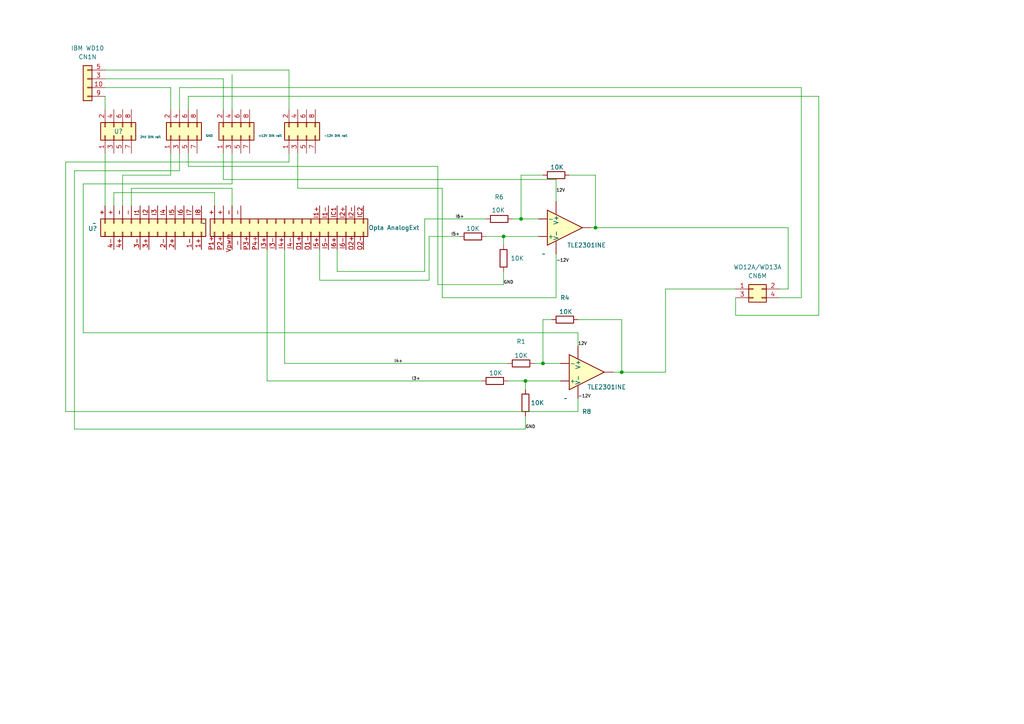
<source format=kicad_sch>
(kicad_sch
	(version 20231120)
	(generator "eeschema")
	(generator_version "8.0")
	(uuid "91c36254-6496-40d6-aa81-5485d6fad432")
	(paper "A4")
	(lib_symbols
		(symbol "Amplifier_Operational:AD8603"
			(pin_names
				(offset 0.127)
			)
			(exclude_from_sim no)
			(in_bom yes)
			(on_board yes)
			(property "Reference" "U1"
				(at -5.5565 -10.16 0)
				(effects
					(font
						(size 1.27 1.27)
					)
					(justify right)
				)
			)
			(property "Value" "AD8603"
				(at -5.5565 -7.62 0)
				(effects
					(font
						(size 1.27 1.27)
					)
					(justify right)
				)
			)
			(property "Footprint" "Package_TO_SOT_SMD:TSOT-23-5"
				(at 0 0 0)
				(effects
					(font
						(size 1.27 1.27)
					)
					(hide yes)
				)
			)
			(property "Datasheet" "https://www.analog.com/media/en/technical-documentation/data-sheets/AD8603_8607_8609.pdf"
				(at 0 5.08 0)
				(effects
					(font
						(size 1.27 1.27)
					)
					(hide yes)
				)
			)
			(property "Description" "Precision Micropower, Low Noise CMOS, Rail-to-Rail Input/Output Operational Amplifier, TSOT-23-5"
				(at 0 0 0)
				(effects
					(font
						(size 1.27 1.27)
					)
					(hide yes)
				)
			)
			(property "ki_keywords" "single opamp"
				(at 0 0 0)
				(effects
					(font
						(size 1.27 1.27)
					)
					(hide yes)
				)
			)
			(property "ki_fp_filters" "TSOT*23*"
				(at 0 0 0)
				(effects
					(font
						(size 1.27 1.27)
					)
					(hide yes)
				)
			)
			(symbol "AD8603_0_1"
				(polyline
					(pts
						(xy -5.08 5.08) (xy 5.08 0) (xy -5.08 -5.08) (xy -5.08 5.08)
					)
					(stroke
						(width 0.254)
						(type default)
					)
					(fill
						(type background)
					)
				)
				(pin power_in line
					(at -2.54 7.62 270)
					(length 3.81)
					(name "V+"
						(effects
							(font
								(size 1.27 1.27)
							)
						)
					)
					(number ""
						(effects
							(font
								(size 1.27 1.27)
							)
						)
					)
				)
				(pin power_in line
					(at -2.54 -7.62 90)
					(length 3.81)
					(name "V-"
						(effects
							(font
								(size 1.27 1.27)
							)
						)
					)
					(number ""
						(effects
							(font
								(size 1.27 1.27)
							)
						)
					)
				)
			)
			(symbol "AD8603_1_1"
				(pin input line
					(at -7.62 -2.54 0)
					(length 2.54)
					(name "+"
						(effects
							(font
								(size 1.27 1.27)
							)
						)
					)
					(number ""
						(effects
							(font
								(size 1.27 1.27)
							)
						)
					)
				)
				(pin input line
					(at -7.62 2.54 0)
					(length 2.54)
					(name "-"
						(effects
							(font
								(size 1.27 1.27)
							)
						)
					)
					(number ""
						(effects
							(font
								(size 1.27 1.27)
							)
						)
					)
				)
				(pin output line
					(at 7.62 0 180)
					(length 2.54)
					(name "~"
						(effects
							(font
								(size 1.27 1.27)
							)
						)
					)
					(number ""
						(effects
							(font
								(size 1.27 1.27)
							)
						)
					)
				)
			)
		)
		(symbol "Conn_02x04_Odd_Even_1"
			(pin_names
				(offset 1.016) hide)
			(exclude_from_sim no)
			(in_bom yes)
			(on_board yes)
			(property "Reference" ""
				(at 2.5401 -7.62 90)
				(effects
					(font
						(size 1.27 1.27)
					)
					(justify right)
				)
			)
			(property "Value" "GND"
				(at 0.0001 -7.62 90)
				(effects
					(font
						(size 1.27 1.27)
					)
					(justify right)
				)
			)
			(property "Footprint" ""
				(at 0 0 0)
				(effects
					(font
						(size 1.27 1.27)
					)
					(hide yes)
				)
			)
			(property "Datasheet" "~"
				(at 0 0 0)
				(effects
					(font
						(size 1.27 1.27)
					)
					(hide yes)
				)
			)
			(property "Description" "Generic connector, double row, 02x04, odd/even pin numbering scheme (row 1 odd numbers, row 2 even numbers), script generated (kicad-library-utils/schlib/autogen/connector/)"
				(at 0 0 0)
				(effects
					(font
						(size 1.27 1.27)
					)
					(hide yes)
				)
			)
			(property "ki_keywords" "connector"
				(at 0 0 0)
				(effects
					(font
						(size 1.27 1.27)
					)
					(hide yes)
				)
			)
			(property "ki_fp_filters" "Connector*:*_2x??_*"
				(at 0 0 0)
				(effects
					(font
						(size 1.27 1.27)
					)
					(hide yes)
				)
			)
			(symbol "Conn_02x04_Odd_Even_1_1_1"
				(rectangle
					(start -1.27 -4.953)
					(end 0 -5.207)
					(stroke
						(width 0.1524)
						(type default)
					)
					(fill
						(type none)
					)
				)
				(rectangle
					(start -1.27 -2.413)
					(end 0 -2.667)
					(stroke
						(width 0.1524)
						(type default)
					)
					(fill
						(type none)
					)
				)
				(rectangle
					(start -1.27 0.127)
					(end 0 -0.127)
					(stroke
						(width 0.1524)
						(type default)
					)
					(fill
						(type none)
					)
				)
				(rectangle
					(start -1.27 2.667)
					(end 0 2.413)
					(stroke
						(width 0.1524)
						(type default)
					)
					(fill
						(type none)
					)
				)
				(rectangle
					(start -1.27 3.81)
					(end 3.81 -6.35)
					(stroke
						(width 0.254)
						(type default)
					)
					(fill
						(type background)
					)
				)
				(rectangle
					(start 3.81 -4.953)
					(end 2.54 -5.207)
					(stroke
						(width 0.1524)
						(type default)
					)
					(fill
						(type none)
					)
				)
				(rectangle
					(start 3.81 -2.413)
					(end 2.54 -2.667)
					(stroke
						(width 0.1524)
						(type default)
					)
					(fill
						(type none)
					)
				)
				(rectangle
					(start 3.81 0.127)
					(end 2.54 -0.127)
					(stroke
						(width 0.1524)
						(type default)
					)
					(fill
						(type none)
					)
				)
				(rectangle
					(start 3.81 2.667)
					(end 2.54 2.413)
					(stroke
						(width 0.1524)
						(type default)
					)
					(fill
						(type none)
					)
				)
				(pin passive line
					(at -5.08 2.54 0)
					(length 3.81)
					(name "Pin_1"
						(effects
							(font
								(size 1.27 1.27)
							)
						)
					)
					(number "1"
						(effects
							(font
								(size 1.27 1.27)
							)
						)
					)
				)
				(pin passive line
					(at 7.62 2.54 180)
					(length 3.81)
					(name "Pin_2"
						(effects
							(font
								(size 1.27 1.27)
							)
						)
					)
					(number "2"
						(effects
							(font
								(size 1.27 1.27)
							)
						)
					)
				)
				(pin passive line
					(at -5.08 0 0)
					(length 3.81)
					(name "Pin_3"
						(effects
							(font
								(size 1.27 1.27)
							)
						)
					)
					(number "3"
						(effects
							(font
								(size 1.27 1.27)
							)
						)
					)
				)
				(pin passive line
					(at 7.62 0 180)
					(length 3.81)
					(name "Pin_4"
						(effects
							(font
								(size 1.27 1.27)
							)
						)
					)
					(number "4"
						(effects
							(font
								(size 1.27 1.27)
							)
						)
					)
				)
				(pin passive line
					(at -5.08 -2.54 0)
					(length 3.81)
					(name "Pin_5"
						(effects
							(font
								(size 1.27 1.27)
							)
						)
					)
					(number "5"
						(effects
							(font
								(size 1.27 1.27)
							)
						)
					)
				)
				(pin passive line
					(at 7.62 -2.54 180)
					(length 3.81)
					(name "Pin_6"
						(effects
							(font
								(size 1.27 1.27)
							)
						)
					)
					(number "6"
						(effects
							(font
								(size 1.27 1.27)
							)
						)
					)
				)
				(pin passive line
					(at -5.08 -5.08 0)
					(length 3.81)
					(name "Pin_7"
						(effects
							(font
								(size 1.27 1.27)
							)
						)
					)
					(number "7"
						(effects
							(font
								(size 1.27 1.27)
							)
						)
					)
				)
				(pin passive line
					(at 7.62 -5.08 180)
					(length 3.81)
					(name "Pin_8"
						(effects
							(font
								(size 1.27 1.27)
							)
						)
					)
					(number "8"
						(effects
							(font
								(size 1.27 1.27)
							)
						)
					)
				)
			)
		)
		(symbol "Conn_02x04_Odd_Even_2"
			(pin_names
				(offset 1.016) hide)
			(exclude_from_sim no)
			(in_bom yes)
			(on_board yes)
			(property "Reference" ""
				(at 2.5401 -7.62 90)
				(effects
					(font
						(size 1.27 1.27)
					)
					(justify right)
				)
			)
			(property "Value" "+12V DIN rail"
				(at 0.0001 -7.62 90)
				(effects
					(font
						(size 1.27 1.27)
					)
					(justify right)
				)
			)
			(property "Footprint" ""
				(at 0 0 0)
				(effects
					(font
						(size 1.27 1.27)
					)
					(hide yes)
				)
			)
			(property "Datasheet" "~"
				(at 0 0 0)
				(effects
					(font
						(size 1.27 1.27)
					)
					(hide yes)
				)
			)
			(property "Description" "Generic connector, double row, 02x04, odd/even pin numbering scheme (row 1 odd numbers, row 2 even numbers), script generated (kicad-library-utils/schlib/autogen/connector/)"
				(at 0 0 0)
				(effects
					(font
						(size 1.27 1.27)
					)
					(hide yes)
				)
			)
			(property "ki_keywords" "connector"
				(at 0 0 0)
				(effects
					(font
						(size 1.27 1.27)
					)
					(hide yes)
				)
			)
			(property "ki_fp_filters" "Connector*:*_2x??_*"
				(at 0 0 0)
				(effects
					(font
						(size 1.27 1.27)
					)
					(hide yes)
				)
			)
			(symbol "Conn_02x04_Odd_Even_2_1_1"
				(rectangle
					(start -1.27 -4.953)
					(end 0 -5.207)
					(stroke
						(width 0.1524)
						(type default)
					)
					(fill
						(type none)
					)
				)
				(rectangle
					(start -1.27 -2.413)
					(end 0 -2.667)
					(stroke
						(width 0.1524)
						(type default)
					)
					(fill
						(type none)
					)
				)
				(rectangle
					(start -1.27 0.127)
					(end 0 -0.127)
					(stroke
						(width 0.1524)
						(type default)
					)
					(fill
						(type none)
					)
				)
				(rectangle
					(start -1.27 2.667)
					(end 0 2.413)
					(stroke
						(width 0.1524)
						(type default)
					)
					(fill
						(type none)
					)
				)
				(rectangle
					(start -1.27 3.81)
					(end 3.81 -6.35)
					(stroke
						(width 0.254)
						(type default)
					)
					(fill
						(type background)
					)
				)
				(rectangle
					(start 3.81 -4.953)
					(end 2.54 -5.207)
					(stroke
						(width 0.1524)
						(type default)
					)
					(fill
						(type none)
					)
				)
				(rectangle
					(start 3.81 -2.413)
					(end 2.54 -2.667)
					(stroke
						(width 0.1524)
						(type default)
					)
					(fill
						(type none)
					)
				)
				(rectangle
					(start 3.81 0.127)
					(end 2.54 -0.127)
					(stroke
						(width 0.1524)
						(type default)
					)
					(fill
						(type none)
					)
				)
				(rectangle
					(start 3.81 2.667)
					(end 2.54 2.413)
					(stroke
						(width 0.1524)
						(type default)
					)
					(fill
						(type none)
					)
				)
				(pin passive line
					(at -5.08 2.54 0)
					(length 3.81)
					(name "Pin_1"
						(effects
							(font
								(size 1.27 1.27)
							)
						)
					)
					(number "1"
						(effects
							(font
								(size 1.27 1.27)
							)
						)
					)
				)
				(pin passive line
					(at 7.62 2.54 180)
					(length 3.81)
					(name "Pin_2"
						(effects
							(font
								(size 1.27 1.27)
							)
						)
					)
					(number "2"
						(effects
							(font
								(size 1.27 1.27)
							)
						)
					)
				)
				(pin passive line
					(at -5.08 0 0)
					(length 3.81)
					(name "Pin_3"
						(effects
							(font
								(size 1.27 1.27)
							)
						)
					)
					(number "3"
						(effects
							(font
								(size 1.27 1.27)
							)
						)
					)
				)
				(pin passive line
					(at 7.62 0 180)
					(length 3.81)
					(name "Pin_4"
						(effects
							(font
								(size 1.27 1.27)
							)
						)
					)
					(number "4"
						(effects
							(font
								(size 1.27 1.27)
							)
						)
					)
				)
				(pin passive line
					(at -5.08 -2.54 0)
					(length 3.81)
					(name "Pin_5"
						(effects
							(font
								(size 1.27 1.27)
							)
						)
					)
					(number "5"
						(effects
							(font
								(size 1.27 1.27)
							)
						)
					)
				)
				(pin passive line
					(at 7.62 -2.54 180)
					(length 3.81)
					(name "Pin_6"
						(effects
							(font
								(size 1.27 1.27)
							)
						)
					)
					(number "6"
						(effects
							(font
								(size 1.27 1.27)
							)
						)
					)
				)
				(pin passive line
					(at -5.08 -5.08 0)
					(length 3.81)
					(name "Pin_7"
						(effects
							(font
								(size 1.27 1.27)
							)
						)
					)
					(number "7"
						(effects
							(font
								(size 1.27 1.27)
							)
						)
					)
				)
				(pin passive line
					(at 7.62 -5.08 180)
					(length 3.81)
					(name "Pin_8"
						(effects
							(font
								(size 1.27 1.27)
							)
						)
					)
					(number "8"
						(effects
							(font
								(size 1.27 1.27)
							)
						)
					)
				)
			)
		)
		(symbol "Conn_02x04_Odd_Even_3"
			(pin_names
				(offset 1.016) hide)
			(exclude_from_sim no)
			(in_bom yes)
			(on_board yes)
			(property "Reference" "-12V"
				(at 2.5401 -7.62 90)
				(effects
					(font
						(size 1.27 1.27)
					)
					(justify right)
				)
			)
			(property "Value" "-12V DIN rail"
				(at 0.0001 -7.62 90)
				(effects
					(font
						(size 1.27 1.27)
					)
					(justify right)
				)
			)
			(property "Footprint" ""
				(at 0 0 0)
				(effects
					(font
						(size 1.27 1.27)
					)
					(hide yes)
				)
			)
			(property "Datasheet" "~"
				(at 0 0 0)
				(effects
					(font
						(size 1.27 1.27)
					)
					(hide yes)
				)
			)
			(property "Description" "Generic connector, double row, 02x04, odd/even pin numbering scheme (row 1 odd numbers, row 2 even numbers), script generated (kicad-library-utils/schlib/autogen/connector/)"
				(at 0 0 0)
				(effects
					(font
						(size 1.27 1.27)
					)
					(hide yes)
				)
			)
			(property "ki_keywords" "connector"
				(at 0 0 0)
				(effects
					(font
						(size 1.27 1.27)
					)
					(hide yes)
				)
			)
			(property "ki_fp_filters" "Connector*:*_2x??_*"
				(at 0 0 0)
				(effects
					(font
						(size 1.27 1.27)
					)
					(hide yes)
				)
			)
			(symbol "Conn_02x04_Odd_Even_3_1_1"
				(rectangle
					(start -1.27 -4.953)
					(end 0 -5.207)
					(stroke
						(width 0.1524)
						(type default)
					)
					(fill
						(type none)
					)
				)
				(rectangle
					(start -1.27 -2.413)
					(end 0 -2.667)
					(stroke
						(width 0.1524)
						(type default)
					)
					(fill
						(type none)
					)
				)
				(rectangle
					(start -1.27 0.127)
					(end 0 -0.127)
					(stroke
						(width 0.1524)
						(type default)
					)
					(fill
						(type none)
					)
				)
				(rectangle
					(start -1.27 2.667)
					(end 0 2.413)
					(stroke
						(width 0.1524)
						(type default)
					)
					(fill
						(type none)
					)
				)
				(rectangle
					(start -1.27 3.81)
					(end 3.81 -6.35)
					(stroke
						(width 0.254)
						(type default)
					)
					(fill
						(type background)
					)
				)
				(rectangle
					(start 3.81 -4.953)
					(end 2.54 -5.207)
					(stroke
						(width 0.1524)
						(type default)
					)
					(fill
						(type none)
					)
				)
				(rectangle
					(start 3.81 -2.413)
					(end 2.54 -2.667)
					(stroke
						(width 0.1524)
						(type default)
					)
					(fill
						(type none)
					)
				)
				(rectangle
					(start 3.81 0.127)
					(end 2.54 -0.127)
					(stroke
						(width 0.1524)
						(type default)
					)
					(fill
						(type none)
					)
				)
				(rectangle
					(start 3.81 2.667)
					(end 2.54 2.413)
					(stroke
						(width 0.1524)
						(type default)
					)
					(fill
						(type none)
					)
				)
				(pin passive line
					(at -5.08 2.54 0)
					(length 3.81)
					(name "Pin_1"
						(effects
							(font
								(size 1.27 1.27)
							)
						)
					)
					(number "1"
						(effects
							(font
								(size 1.27 1.27)
							)
						)
					)
				)
				(pin passive line
					(at 7.62 2.54 180)
					(length 3.81)
					(name "Pin_2"
						(effects
							(font
								(size 1.27 1.27)
							)
						)
					)
					(number "2"
						(effects
							(font
								(size 1.27 1.27)
							)
						)
					)
				)
				(pin passive line
					(at -5.08 0 0)
					(length 3.81)
					(name "Pin_3"
						(effects
							(font
								(size 1.27 1.27)
							)
						)
					)
					(number "3"
						(effects
							(font
								(size 1.27 1.27)
							)
						)
					)
				)
				(pin passive line
					(at 7.62 0 180)
					(length 3.81)
					(name "Pin_4"
						(effects
							(font
								(size 1.27 1.27)
							)
						)
					)
					(number "4"
						(effects
							(font
								(size 1.27 1.27)
							)
						)
					)
				)
				(pin passive line
					(at -5.08 -2.54 0)
					(length 3.81)
					(name "Pin_5"
						(effects
							(font
								(size 1.27 1.27)
							)
						)
					)
					(number "5"
						(effects
							(font
								(size 1.27 1.27)
							)
						)
					)
				)
				(pin passive line
					(at 7.62 -2.54 180)
					(length 3.81)
					(name "Pin_6"
						(effects
							(font
								(size 1.27 1.27)
							)
						)
					)
					(number "6"
						(effects
							(font
								(size 1.27 1.27)
							)
						)
					)
				)
				(pin passive line
					(at -5.08 -5.08 0)
					(length 3.81)
					(name "Pin_7"
						(effects
							(font
								(size 1.27 1.27)
							)
						)
					)
					(number "7"
						(effects
							(font
								(size 1.27 1.27)
							)
						)
					)
				)
				(pin passive line
					(at 7.62 -5.08 180)
					(length 3.81)
					(name "Pin_8"
						(effects
							(font
								(size 1.27 1.27)
							)
						)
					)
					(number "8"
						(effects
							(font
								(size 1.27 1.27)
							)
						)
					)
				)
			)
		)
		(symbol "Connector_Generic:Conn_01x04"
			(pin_names
				(offset 1.016) hide)
			(exclude_from_sim no)
			(in_bom yes)
			(on_board yes)
			(property "Reference" "IBM WD10"
				(at 0 -11.43 0)
				(effects
					(font
						(size 1.27 1.27)
					)
				)
			)
			(property "Value" "CN1N"
				(at 0 -8.89 0)
				(effects
					(font
						(size 1.27 1.27)
					)
				)
			)
			(property "Footprint" ""
				(at 0 0 0)
				(effects
					(font
						(size 1.27 1.27)
					)
					(hide yes)
				)
			)
			(property "Datasheet" "~"
				(at 0 0 0)
				(effects
					(font
						(size 1.27 1.27)
					)
					(hide yes)
				)
			)
			(property "Description" "Generic connector, single row, 01x04, script generated (kicad-library-utils/schlib/autogen/connector/)"
				(at 0 0 0)
				(effects
					(font
						(size 1.27 1.27)
					)
					(hide yes)
				)
			)
			(property "ki_keywords" "connector"
				(at 0 0 0)
				(effects
					(font
						(size 1.27 1.27)
					)
					(hide yes)
				)
			)
			(property "ki_fp_filters" "Connector*:*_1x??_*"
				(at 0 0 0)
				(effects
					(font
						(size 1.27 1.27)
					)
					(hide yes)
				)
			)
			(symbol "Conn_01x04_1_1"
				(rectangle
					(start -1.27 -4.953)
					(end 0 -5.207)
					(stroke
						(width 0.1524)
						(type default)
					)
					(fill
						(type none)
					)
				)
				(rectangle
					(start -1.27 -2.413)
					(end 0 -2.667)
					(stroke
						(width 0.1524)
						(type default)
					)
					(fill
						(type none)
					)
				)
				(rectangle
					(start -1.27 0.127)
					(end 0 -0.127)
					(stroke
						(width 0.1524)
						(type default)
					)
					(fill
						(type none)
					)
				)
				(rectangle
					(start -1.27 2.667)
					(end 0 2.413)
					(stroke
						(width 0.1524)
						(type default)
					)
					(fill
						(type none)
					)
				)
				(rectangle
					(start -1.27 3.81)
					(end 1.27 -6.35)
					(stroke
						(width 0.254)
						(type default)
					)
					(fill
						(type background)
					)
				)
				(pin passive line
					(at -5.08 0 0)
					(length 3.81)
					(name "Pin_2"
						(effects
							(font
								(size 1.27 1.27)
							)
						)
					)
					(number "10"
						(effects
							(font
								(size 1.27 1.27)
							)
						)
					)
				)
				(pin passive line
					(at -5.08 -2.54 0)
					(length 3.81)
					(name "Pin_3"
						(effects
							(font
								(size 1.27 1.27)
							)
						)
					)
					(number "3"
						(effects
							(font
								(size 1.27 1.27)
							)
						)
					)
				)
				(pin passive line
					(at -5.08 -5.08 0)
					(length 3.81)
					(name "Pin_4"
						(effects
							(font
								(size 1.27 1.27)
							)
						)
					)
					(number "5"
						(effects
							(font
								(size 1.27 1.27)
							)
						)
					)
				)
				(pin passive line
					(at -5.08 2.54 0)
					(length 3.81)
					(name "Pin_1"
						(effects
							(font
								(size 1.27 1.27)
							)
						)
					)
					(number "9"
						(effects
							(font
								(size 1.27 1.27)
							)
						)
					)
				)
			)
		)
		(symbol "Connector_Generic:Conn_02x02_Odd_Even"
			(pin_names
				(offset 1.016) hide)
			(exclude_from_sim no)
			(in_bom yes)
			(on_board yes)
			(property "Reference" "WD12A/WD13A"
				(at 1.27 6.35 0)
				(effects
					(font
						(size 1.27 1.27)
					)
				)
			)
			(property "Value" "Conn_02x02_Odd_Even"
				(at 1.27 3.81 0)
				(effects
					(font
						(size 1.27 1.27)
					)
				)
			)
			(property "Footprint" ""
				(at 0 0 0)
				(effects
					(font
						(size 1.27 1.27)
					)
					(hide yes)
				)
			)
			(property "Datasheet" "~"
				(at 0 0 0)
				(effects
					(font
						(size 1.27 1.27)
					)
					(hide yes)
				)
			)
			(property "Description" "Generic connector, double row, 02x02, odd/even pin numbering scheme (row 1 odd numbers, row 2 even numbers), script generated (kicad-library-utils/schlib/autogen/connector/)"
				(at 0 0 0)
				(effects
					(font
						(size 1.27 1.27)
					)
					(hide yes)
				)
			)
			(property "ki_keywords" "connector"
				(at 0 0 0)
				(effects
					(font
						(size 1.27 1.27)
					)
					(hide yes)
				)
			)
			(property "ki_fp_filters" "Connector*:*_2x??_*"
				(at 0 0 0)
				(effects
					(font
						(size 1.27 1.27)
					)
					(hide yes)
				)
			)
			(symbol "Conn_02x02_Odd_Even_1_1"
				(rectangle
					(start -1.27 -2.413)
					(end 0 -2.667)
					(stroke
						(width 0.1524)
						(type default)
					)
					(fill
						(type none)
					)
				)
				(rectangle
					(start -1.27 0.127)
					(end 0 -0.127)
					(stroke
						(width 0.1524)
						(type default)
					)
					(fill
						(type none)
					)
				)
				(rectangle
					(start -1.27 1.27)
					(end 3.81 -3.81)
					(stroke
						(width 0.254)
						(type default)
					)
					(fill
						(type background)
					)
				)
				(rectangle
					(start 3.81 -2.413)
					(end 2.54 -2.667)
					(stroke
						(width 0.1524)
						(type default)
					)
					(fill
						(type none)
					)
				)
				(rectangle
					(start 3.81 0.127)
					(end 2.54 -0.127)
					(stroke
						(width 0.1524)
						(type default)
					)
					(fill
						(type none)
					)
				)
				(pin passive line
					(at -5.08 0 0)
					(length 3.81)
					(name "Pin_1"
						(effects
							(font
								(size 1.27 1.27)
							)
						)
					)
					(number "1"
						(effects
							(font
								(size 1.27 1.27)
							)
						)
					)
				)
				(pin passive line
					(at 7.62 0 180)
					(length 3.81)
					(name "Pin_2"
						(effects
							(font
								(size 1.27 1.27)
							)
						)
					)
					(number "2"
						(effects
							(font
								(size 1.27 1.27)
							)
						)
					)
				)
				(pin passive line
					(at -5.08 -2.54 0)
					(length 3.81)
					(name "Pin_3"
						(effects
							(font
								(size 1.27 1.27)
							)
						)
					)
					(number "3"
						(effects
							(font
								(size 1.27 1.27)
							)
						)
					)
				)
				(pin passive line
					(at 7.62 -2.54 180)
					(length 3.81)
					(name "Pin_4"
						(effects
							(font
								(size 1.27 1.27)
							)
						)
					)
					(number "4"
						(effects
							(font
								(size 1.27 1.27)
							)
						)
					)
				)
			)
		)
		(symbol "Connector_Generic:Conn_02x04_Odd_Even"
			(pin_names
				(offset 1.016) hide)
			(exclude_from_sim no)
			(in_bom yes)
			(on_board yes)
			(property "Reference" ""
				(at 2.5401 -7.62 90)
				(effects
					(font
						(size 1.27 1.27)
					)
					(justify right)
				)
			)
			(property "Value" "24V DIN rail"
				(at 0.0001 -7.62 90)
				(effects
					(font
						(size 1.27 1.27)
					)
					(justify right)
				)
			)
			(property "Footprint" ""
				(at 0 0 0)
				(effects
					(font
						(size 1.27 1.27)
					)
					(hide yes)
				)
			)
			(property "Datasheet" "~"
				(at 0 0 0)
				(effects
					(font
						(size 1.27 1.27)
					)
					(hide yes)
				)
			)
			(property "Description" "Generic connector, double row, 02x04, odd/even pin numbering scheme (row 1 odd numbers, row 2 even numbers), script generated (kicad-library-utils/schlib/autogen/connector/)"
				(at 0 0 0)
				(effects
					(font
						(size 1.27 1.27)
					)
					(hide yes)
				)
			)
			(property "ki_keywords" "connector"
				(at 0 0 0)
				(effects
					(font
						(size 1.27 1.27)
					)
					(hide yes)
				)
			)
			(property "ki_fp_filters" "Connector*:*_2x??_*"
				(at 0 0 0)
				(effects
					(font
						(size 1.27 1.27)
					)
					(hide yes)
				)
			)
			(symbol "Conn_02x04_Odd_Even_1_1"
				(rectangle
					(start -1.27 -4.953)
					(end 0 -5.207)
					(stroke
						(width 0.1524)
						(type default)
					)
					(fill
						(type none)
					)
				)
				(rectangle
					(start -1.27 -2.413)
					(end 0 -2.667)
					(stroke
						(width 0.1524)
						(type default)
					)
					(fill
						(type none)
					)
				)
				(rectangle
					(start -1.27 0.127)
					(end 0 -0.127)
					(stroke
						(width 0.1524)
						(type default)
					)
					(fill
						(type none)
					)
				)
				(rectangle
					(start -1.27 2.667)
					(end 0 2.413)
					(stroke
						(width 0.1524)
						(type default)
					)
					(fill
						(type none)
					)
				)
				(rectangle
					(start -1.27 3.81)
					(end 3.81 -6.35)
					(stroke
						(width 0.254)
						(type default)
					)
					(fill
						(type background)
					)
				)
				(rectangle
					(start 3.81 -4.953)
					(end 2.54 -5.207)
					(stroke
						(width 0.1524)
						(type default)
					)
					(fill
						(type none)
					)
				)
				(rectangle
					(start 3.81 -2.413)
					(end 2.54 -2.667)
					(stroke
						(width 0.1524)
						(type default)
					)
					(fill
						(type none)
					)
				)
				(rectangle
					(start 3.81 0.127)
					(end 2.54 -0.127)
					(stroke
						(width 0.1524)
						(type default)
					)
					(fill
						(type none)
					)
				)
				(rectangle
					(start 3.81 2.667)
					(end 2.54 2.413)
					(stroke
						(width 0.1524)
						(type default)
					)
					(fill
						(type none)
					)
				)
				(pin passive line
					(at -5.08 2.54 0)
					(length 3.81)
					(name "Pin_1"
						(effects
							(font
								(size 1.27 1.27)
							)
						)
					)
					(number "1"
						(effects
							(font
								(size 1.27 1.27)
							)
						)
					)
				)
				(pin passive line
					(at 7.62 2.54 180)
					(length 3.81)
					(name "Pin_2"
						(effects
							(font
								(size 1.27 1.27)
							)
						)
					)
					(number "2"
						(effects
							(font
								(size 1.27 1.27)
							)
						)
					)
				)
				(pin passive line
					(at -5.08 0 0)
					(length 3.81)
					(name "Pin_3"
						(effects
							(font
								(size 1.27 1.27)
							)
						)
					)
					(number "3"
						(effects
							(font
								(size 1.27 1.27)
							)
						)
					)
				)
				(pin passive line
					(at 7.62 0 180)
					(length 3.81)
					(name "Pin_4"
						(effects
							(font
								(size 1.27 1.27)
							)
						)
					)
					(number "4"
						(effects
							(font
								(size 1.27 1.27)
							)
						)
					)
				)
				(pin passive line
					(at -5.08 -2.54 0)
					(length 3.81)
					(name "Pin_5"
						(effects
							(font
								(size 1.27 1.27)
							)
						)
					)
					(number "5"
						(effects
							(font
								(size 1.27 1.27)
							)
						)
					)
				)
				(pin passive line
					(at 7.62 -2.54 180)
					(length 3.81)
					(name "Pin_6"
						(effects
							(font
								(size 1.27 1.27)
							)
						)
					)
					(number "6"
						(effects
							(font
								(size 1.27 1.27)
							)
						)
					)
				)
				(pin passive line
					(at -5.08 -5.08 0)
					(length 3.81)
					(name "Pin_7"
						(effects
							(font
								(size 1.27 1.27)
							)
						)
					)
					(number "7"
						(effects
							(font
								(size 1.27 1.27)
							)
						)
					)
				)
				(pin passive line
					(at 7.62 -5.08 180)
					(length 3.81)
					(name "Pin_8"
						(effects
							(font
								(size 1.27 1.27)
							)
						)
					)
					(number "8"
						(effects
							(font
								(size 1.27 1.27)
							)
						)
					)
				)
			)
		)
		(symbol "Connector_Generic:Conn_02x12_Counter_Clockwise"
			(pin_names
				(offset 1.016) hide)
			(exclude_from_sim no)
			(in_bom yes)
			(on_board yes)
			(property "Reference" ""
				(at 2.5401 15.24 90)
				(effects
					(font
						(size 1.27 1.27)
					)
					(justify left)
				)
			)
			(property "Value" "OptaPro"
				(at 0.0001 15.24 90)
				(effects
					(font
						(size 1.27 1.27)
					)
					(justify left)
				)
			)
			(property "Footprint" ""
				(at 0 0 0)
				(effects
					(font
						(size 1.27 1.27)
					)
					(hide yes)
				)
			)
			(property "Datasheet" "~"
				(at 0 0 0)
				(effects
					(font
						(size 1.27 1.27)
					)
					(hide yes)
				)
			)
			(property "Description" "Generic connector, double row, 02x12, counter clockwise pin numbering scheme (similar to DIP package numbering), script generated "
				(at 0 0 0)
				(effects
					(font
						(size 1.27 1.27)
					)
					(hide yes)
				)
			)
			(property "ki_keywords" "connector"
				(at 0 0 0)
				(effects
					(font
						(size 1.27 1.27)
					)
					(hide yes)
				)
			)
			(property "ki_fp_filters" "Connector*:*_2x??_*"
				(at 0 0 0)
				(effects
					(font
						(size 1.27 1.27)
					)
					(hide yes)
				)
			)
			(symbol "Conn_02x12_Counter_Clockwise_1_1"
				(rectangle
					(start -1.27 -15.113)
					(end 0 -15.367)
					(stroke
						(width 0.1524)
						(type default)
					)
					(fill
						(type none)
					)
				)
				(rectangle
					(start -1.27 -12.573)
					(end 0 -12.827)
					(stroke
						(width 0.1524)
						(type default)
					)
					(fill
						(type none)
					)
				)
				(rectangle
					(start -1.27 -10.033)
					(end 0 -10.287)
					(stroke
						(width 0.1524)
						(type default)
					)
					(fill
						(type none)
					)
				)
				(rectangle
					(start -1.27 -7.493)
					(end 0 -7.747)
					(stroke
						(width 0.1524)
						(type default)
					)
					(fill
						(type none)
					)
				)
				(rectangle
					(start -1.27 -4.953)
					(end 0 -5.207)
					(stroke
						(width 0.1524)
						(type default)
					)
					(fill
						(type none)
					)
				)
				(rectangle
					(start -1.27 -2.413)
					(end 0 -2.667)
					(stroke
						(width 0.1524)
						(type default)
					)
					(fill
						(type none)
					)
				)
				(rectangle
					(start -1.27 0.127)
					(end 0 -0.127)
					(stroke
						(width 0.1524)
						(type default)
					)
					(fill
						(type none)
					)
				)
				(rectangle
					(start -1.27 2.667)
					(end 0 2.413)
					(stroke
						(width 0.1524)
						(type default)
					)
					(fill
						(type none)
					)
				)
				(rectangle
					(start -1.27 5.207)
					(end 0 4.953)
					(stroke
						(width 0.1524)
						(type default)
					)
					(fill
						(type none)
					)
				)
				(rectangle
					(start -1.27 7.747)
					(end 0 7.493)
					(stroke
						(width 0.1524)
						(type default)
					)
					(fill
						(type none)
					)
				)
				(rectangle
					(start -1.27 10.287)
					(end 0 10.033)
					(stroke
						(width 0.1524)
						(type default)
					)
					(fill
						(type none)
					)
				)
				(rectangle
					(start -1.27 12.827)
					(end 0 12.573)
					(stroke
						(width 0.1524)
						(type default)
					)
					(fill
						(type none)
					)
				)
				(rectangle
					(start -1.27 13.97)
					(end 3.81 -16.51)
					(stroke
						(width 0.254)
						(type default)
					)
					(fill
						(type background)
					)
				)
				(rectangle
					(start 3.81 -15.113)
					(end 2.54 -15.367)
					(stroke
						(width 0.1524)
						(type default)
					)
					(fill
						(type none)
					)
				)
				(rectangle
					(start 3.81 -12.573)
					(end 2.54 -12.827)
					(stroke
						(width 0.1524)
						(type default)
					)
					(fill
						(type none)
					)
				)
				(rectangle
					(start 3.81 -10.033)
					(end 2.54 -10.287)
					(stroke
						(width 0.1524)
						(type default)
					)
					(fill
						(type none)
					)
				)
				(rectangle
					(start 3.81 -7.493)
					(end 2.54 -7.747)
					(stroke
						(width 0.1524)
						(type default)
					)
					(fill
						(type none)
					)
				)
				(rectangle
					(start 3.81 -4.953)
					(end 2.54 -5.207)
					(stroke
						(width 0.1524)
						(type default)
					)
					(fill
						(type none)
					)
				)
				(rectangle
					(start 3.81 -2.413)
					(end 2.54 -2.667)
					(stroke
						(width 0.1524)
						(type default)
					)
					(fill
						(type none)
					)
				)
				(rectangle
					(start 3.81 0.127)
					(end 2.54 -0.127)
					(stroke
						(width 0.1524)
						(type default)
					)
					(fill
						(type none)
					)
				)
				(rectangle
					(start 3.81 2.667)
					(end 2.54 2.413)
					(stroke
						(width 0.1524)
						(type default)
					)
					(fill
						(type none)
					)
				)
				(rectangle
					(start 3.81 5.207)
					(end 2.54 4.953)
					(stroke
						(width 0.1524)
						(type default)
					)
					(fill
						(type none)
					)
				)
				(rectangle
					(start 3.81 7.747)
					(end 2.54 7.493)
					(stroke
						(width 0.1524)
						(type default)
					)
					(fill
						(type none)
					)
				)
				(rectangle
					(start 3.81 10.287)
					(end 2.54 10.033)
					(stroke
						(width 0.1524)
						(type default)
					)
					(fill
						(type none)
					)
				)
				(rectangle
					(start 3.81 12.827)
					(end 2.54 12.573)
					(stroke
						(width 0.1524)
						(type default)
					)
					(fill
						(type none)
					)
				)
				(pin passive line
					(at -5.08 12.7 0)
					(length 3.81)
					(name "Pin_1"
						(effects
							(font
								(size 1.27 1.27)
							)
						)
					)
					(number "+"
						(effects
							(font
								(size 1.27 1.27)
							)
						)
					)
				)
				(pin passive line
					(at -5.08 10.16 0)
					(length 3.81)
					(name "Pin_2"
						(effects
							(font
								(size 1.27 1.27)
							)
						)
					)
					(number "+"
						(effects
							(font
								(size 1.27 1.27)
							)
						)
					)
				)
				(pin passive line
					(at -5.08 7.62 0)
					(length 3.81)
					(name "Pin_3"
						(effects
							(font
								(size 1.27 1.27)
							)
						)
					)
					(number "-"
						(effects
							(font
								(size 1.27 1.27)
							)
						)
					)
				)
				(pin passive line
					(at -5.08 5.08 0)
					(length 3.81)
					(name "Pin_4"
						(effects
							(font
								(size 1.27 1.27)
							)
						)
					)
					(number "-"
						(effects
							(font
								(size 1.27 1.27)
							)
						)
					)
				)
				(pin passive line
					(at 7.62 -15.24 180)
					(length 3.81)
					(name "Pin_13"
						(effects
							(font
								(size 1.27 1.27)
							)
						)
					)
					(number "1+"
						(effects
							(font
								(size 1.27 1.27)
							)
						)
					)
				)
				(pin passive line
					(at 7.62 -12.7 180)
					(length 3.81)
					(name "Pin_14"
						(effects
							(font
								(size 1.27 1.27)
							)
						)
					)
					(number "1-"
						(effects
							(font
								(size 1.27 1.27)
							)
						)
					)
				)
				(pin passive line
					(at 7.62 -7.62 180)
					(length 3.81)
					(name "Pin_16"
						(effects
							(font
								(size 1.27 1.27)
							)
						)
					)
					(number "2+"
						(effects
							(font
								(size 1.27 1.27)
							)
						)
					)
				)
				(pin passive line
					(at 7.62 -5.08 180)
					(length 3.81)
					(name "Pin_17"
						(effects
							(font
								(size 1.27 1.27)
							)
						)
					)
					(number "2-"
						(effects
							(font
								(size 1.27 1.27)
							)
						)
					)
				)
				(pin passive line
					(at 7.62 0 180)
					(length 3.81)
					(name "Pin_19"
						(effects
							(font
								(size 1.27 1.27)
							)
						)
					)
					(number "3+"
						(effects
							(font
								(size 1.27 1.27)
							)
						)
					)
				)
				(pin passive line
					(at 7.62 2.54 180)
					(length 3.81)
					(name "Pin_20"
						(effects
							(font
								(size 1.27 1.27)
							)
						)
					)
					(number "3-"
						(effects
							(font
								(size 1.27 1.27)
							)
						)
					)
				)
				(pin passive line
					(at 7.62 7.62 180)
					(length 3.81)
					(name "Pin_22"
						(effects
							(font
								(size 1.27 1.27)
							)
						)
					)
					(number "4+"
						(effects
							(font
								(size 1.27 1.27)
							)
						)
					)
				)
				(pin passive line
					(at 7.62 10.16 180)
					(length 3.81)
					(name "Pin_23"
						(effects
							(font
								(size 1.27 1.27)
							)
						)
					)
					(number "4-"
						(effects
							(font
								(size 1.27 1.27)
							)
						)
					)
				)
				(pin passive line
					(at -5.08 2.54 0)
					(length 3.81)
					(name "Pin_5"
						(effects
							(font
								(size 1.27 1.27)
							)
						)
					)
					(number "I1"
						(effects
							(font
								(size 1.27 1.27)
							)
						)
					)
				)
				(pin passive line
					(at -5.08 0 0)
					(length 3.81)
					(name "Pin_6"
						(effects
							(font
								(size 1.27 1.27)
							)
						)
					)
					(number "I2"
						(effects
							(font
								(size 1.27 1.27)
							)
						)
					)
				)
				(pin passive line
					(at -5.08 -2.54 0)
					(length 3.81)
					(name "Pin_7"
						(effects
							(font
								(size 1.27 1.27)
							)
						)
					)
					(number "I3"
						(effects
							(font
								(size 1.27 1.27)
							)
						)
					)
				)
				(pin passive line
					(at -5.08 -5.08 0)
					(length 3.81)
					(name "Pin_8"
						(effects
							(font
								(size 1.27 1.27)
							)
						)
					)
					(number "I4"
						(effects
							(font
								(size 1.27 1.27)
							)
						)
					)
				)
				(pin passive line
					(at -5.08 -7.62 0)
					(length 3.81)
					(name "Pin_9"
						(effects
							(font
								(size 1.27 1.27)
							)
						)
					)
					(number "I5"
						(effects
							(font
								(size 1.27 1.27)
							)
						)
					)
				)
				(pin passive line
					(at -5.08 -10.16 0)
					(length 3.81)
					(name "Pin_10"
						(effects
							(font
								(size 1.27 1.27)
							)
						)
					)
					(number "I6"
						(effects
							(font
								(size 1.27 1.27)
							)
						)
					)
				)
				(pin passive line
					(at -5.08 -12.7 0)
					(length 3.81)
					(name "Pin_11"
						(effects
							(font
								(size 1.27 1.27)
							)
						)
					)
					(number "I7"
						(effects
							(font
								(size 1.27 1.27)
							)
						)
					)
				)
				(pin passive line
					(at -5.08 -15.24 0)
					(length 3.81)
					(name "Pin_12"
						(effects
							(font
								(size 1.27 1.27)
							)
						)
					)
					(number "I8"
						(effects
							(font
								(size 1.27 1.27)
							)
						)
					)
				)
			)
		)
		(symbol "Connector_Generic:Conn_02x18_Counter_Clockwise"
			(pin_names
				(offset 1.016) hide)
			(exclude_from_sim no)
			(in_bom yes)
			(on_board yes)
			(property "Reference" "Opta AnalogExt"
				(at 1.27 -27.432 90)
				(effects
					(font
						(size 1.27 1.27)
					)
					(justify left)
				)
			)
			(property "Value" "~"
				(at 0.0001 22.86 90)
				(effects
					(font
						(size 1.27 1.27)
					)
					(justify left)
				)
			)
			(property "Footprint" ""
				(at 0 0 0)
				(effects
					(font
						(size 1.27 1.27)
					)
					(hide yes)
				)
			)
			(property "Datasheet" "~"
				(at 0 0 0)
				(effects
					(font
						(size 1.27 1.27)
					)
					(hide yes)
				)
			)
			(property "Description" "Generic connector, double row, 02x18, counter clockwise pin numbering scheme (similar to DIP package numbering), script generated (kicad-library-utils/schlib/autogen/connector/)"
				(at 0 0 0)
				(effects
					(font
						(size 1.27 1.27)
					)
					(hide yes)
				)
			)
			(property "ki_keywords" "connector"
				(at 0 0 0)
				(effects
					(font
						(size 1.27 1.27)
					)
					(hide yes)
				)
			)
			(property "ki_fp_filters" "Connector*:*_2x??_*"
				(at 0 0 0)
				(effects
					(font
						(size 1.27 1.27)
					)
					(hide yes)
				)
			)
			(symbol "Conn_02x18_Counter_Clockwise_1_1"
				(rectangle
					(start -1.27 -22.733)
					(end 0 -22.987)
					(stroke
						(width 0.1524)
						(type default)
					)
					(fill
						(type none)
					)
				)
				(rectangle
					(start -1.27 -20.193)
					(end 0 -20.447)
					(stroke
						(width 0.1524)
						(type default)
					)
					(fill
						(type none)
					)
				)
				(rectangle
					(start -1.27 -17.653)
					(end 0 -17.907)
					(stroke
						(width 0.1524)
						(type default)
					)
					(fill
						(type none)
					)
				)
				(rectangle
					(start -1.27 -15.113)
					(end 0 -15.367)
					(stroke
						(width 0.1524)
						(type default)
					)
					(fill
						(type none)
					)
				)
				(rectangle
					(start -1.27 -12.573)
					(end 0 -12.827)
					(stroke
						(width 0.1524)
						(type default)
					)
					(fill
						(type none)
					)
				)
				(rectangle
					(start -1.27 -10.033)
					(end 0 -10.287)
					(stroke
						(width 0.1524)
						(type default)
					)
					(fill
						(type none)
					)
				)
				(rectangle
					(start -1.27 -7.493)
					(end 0 -7.747)
					(stroke
						(width 0.1524)
						(type default)
					)
					(fill
						(type none)
					)
				)
				(rectangle
					(start -1.27 -4.953)
					(end 0 -5.207)
					(stroke
						(width 0.1524)
						(type default)
					)
					(fill
						(type none)
					)
				)
				(rectangle
					(start -1.27 -2.413)
					(end 0 -2.667)
					(stroke
						(width 0.1524)
						(type default)
					)
					(fill
						(type none)
					)
				)
				(rectangle
					(start -1.27 0.127)
					(end 0 -0.127)
					(stroke
						(width 0.1524)
						(type default)
					)
					(fill
						(type none)
					)
				)
				(rectangle
					(start -1.27 2.667)
					(end 0 2.413)
					(stroke
						(width 0.1524)
						(type default)
					)
					(fill
						(type none)
					)
				)
				(rectangle
					(start -1.27 5.207)
					(end 0 4.953)
					(stroke
						(width 0.1524)
						(type default)
					)
					(fill
						(type none)
					)
				)
				(rectangle
					(start -1.27 7.747)
					(end 0 7.493)
					(stroke
						(width 0.1524)
						(type default)
					)
					(fill
						(type none)
					)
				)
				(rectangle
					(start -1.27 10.287)
					(end 0 10.033)
					(stroke
						(width 0.1524)
						(type default)
					)
					(fill
						(type none)
					)
				)
				(rectangle
					(start -1.27 12.827)
					(end 0 12.573)
					(stroke
						(width 0.1524)
						(type default)
					)
					(fill
						(type none)
					)
				)
				(rectangle
					(start -1.27 15.367)
					(end 0 15.113)
					(stroke
						(width 0.1524)
						(type default)
					)
					(fill
						(type none)
					)
				)
				(rectangle
					(start -1.27 17.907)
					(end 0 17.653)
					(stroke
						(width 0.1524)
						(type default)
					)
					(fill
						(type none)
					)
				)
				(rectangle
					(start -1.27 20.447)
					(end 0 20.193)
					(stroke
						(width 0.1524)
						(type default)
					)
					(fill
						(type none)
					)
				)
				(rectangle
					(start -1.27 21.59)
					(end 3.81 -24.13)
					(stroke
						(width 0.254)
						(type default)
					)
					(fill
						(type background)
					)
				)
				(rectangle
					(start 3.81 -22.733)
					(end 2.54 -22.987)
					(stroke
						(width 0.1524)
						(type default)
					)
					(fill
						(type none)
					)
				)
				(rectangle
					(start 3.81 -20.193)
					(end 2.54 -20.447)
					(stroke
						(width 0.1524)
						(type default)
					)
					(fill
						(type none)
					)
				)
				(rectangle
					(start 3.81 -17.653)
					(end 2.54 -17.907)
					(stroke
						(width 0.1524)
						(type default)
					)
					(fill
						(type none)
					)
				)
				(rectangle
					(start 3.81 -15.113)
					(end 2.54 -15.367)
					(stroke
						(width 0.1524)
						(type default)
					)
					(fill
						(type none)
					)
				)
				(rectangle
					(start 3.81 -12.573)
					(end 2.54 -12.827)
					(stroke
						(width 0.1524)
						(type default)
					)
					(fill
						(type none)
					)
				)
				(rectangle
					(start 3.81 -10.033)
					(end 2.54 -10.287)
					(stroke
						(width 0.1524)
						(type default)
					)
					(fill
						(type none)
					)
				)
				(rectangle
					(start 3.81 -7.493)
					(end 2.54 -7.747)
					(stroke
						(width 0.1524)
						(type default)
					)
					(fill
						(type none)
					)
				)
				(rectangle
					(start 3.81 -4.953)
					(end 2.54 -5.207)
					(stroke
						(width 0.1524)
						(type default)
					)
					(fill
						(type none)
					)
				)
				(rectangle
					(start 3.81 -2.413)
					(end 2.54 -2.667)
					(stroke
						(width 0.1524)
						(type default)
					)
					(fill
						(type none)
					)
				)
				(rectangle
					(start 3.81 0.127)
					(end 2.54 -0.127)
					(stroke
						(width 0.1524)
						(type default)
					)
					(fill
						(type none)
					)
				)
				(rectangle
					(start 3.81 2.667)
					(end 2.54 2.413)
					(stroke
						(width 0.1524)
						(type default)
					)
					(fill
						(type none)
					)
				)
				(rectangle
					(start 3.81 5.207)
					(end 2.54 4.953)
					(stroke
						(width 0.1524)
						(type default)
					)
					(fill
						(type none)
					)
				)
				(rectangle
					(start 3.81 7.747)
					(end 2.54 7.493)
					(stroke
						(width 0.1524)
						(type default)
					)
					(fill
						(type none)
					)
				)
				(rectangle
					(start 3.81 10.287)
					(end 2.54 10.033)
					(stroke
						(width 0.1524)
						(type default)
					)
					(fill
						(type none)
					)
				)
				(rectangle
					(start 3.81 12.827)
					(end 2.54 12.573)
					(stroke
						(width 0.1524)
						(type default)
					)
					(fill
						(type none)
					)
				)
				(rectangle
					(start 3.81 15.367)
					(end 2.54 15.113)
					(stroke
						(width 0.1524)
						(type default)
					)
					(fill
						(type none)
					)
				)
				(rectangle
					(start 3.81 17.907)
					(end 2.54 17.653)
					(stroke
						(width 0.1524)
						(type default)
					)
					(fill
						(type none)
					)
				)
				(rectangle
					(start 3.81 20.447)
					(end 2.54 20.193)
					(stroke
						(width 0.1524)
						(type default)
					)
					(fill
						(type none)
					)
				)
				(pin passive line
					(at -5.08 20.32 0)
					(length 3.81)
					(name "Pin_1"
						(effects
							(font
								(size 1.27 1.27)
							)
						)
					)
					(number "+"
						(effects
							(font
								(size 1.27 1.27)
							)
						)
					)
				)
				(pin passive line
					(at -5.08 17.78 0)
					(length 3.81)
					(name "Pin_2"
						(effects
							(font
								(size 1.27 1.27)
							)
						)
					)
					(number "+"
						(effects
							(font
								(size 1.27 1.27)
							)
						)
					)
				)
				(pin passive line
					(at -5.08 15.24 0)
					(length 3.81)
					(name "Pin_3"
						(effects
							(font
								(size 1.27 1.27)
							)
						)
					)
					(number "-"
						(effects
							(font
								(size 1.27 1.27)
							)
						)
					)
				)
				(pin passive line
					(at 7.62 12.7 180)
					(length 3.81)
					(name "Pin_33"
						(effects
							(font
								(size 1.27 1.27)
							)
						)
					)
					(number "-"
						(effects
							(font
								(size 1.27 1.27)
							)
						)
					)
				)
				(pin passive line
					(at -5.08 12.7 0)
					(length 3.81)
					(name "Pin_4"
						(effects
							(font
								(size 1.27 1.27)
							)
						)
					)
					(number "-"
						(effects
							(font
								(size 1.27 1.27)
							)
						)
					)
				)
				(pin passive line
					(at -5.08 -10.16 0)
					(length 3.81)
					(name "Pin_13"
						(effects
							(font
								(size 1.27 1.27)
							)
						)
					)
					(number "I1+"
						(effects
							(font
								(size 1.27 1.27)
							)
						)
					)
				)
				(pin passive line
					(at -5.08 -12.7 0)
					(length 3.81)
					(name "Pin_14"
						(effects
							(font
								(size 1.27 1.27)
							)
						)
					)
					(number "I1-"
						(effects
							(font
								(size 1.27 1.27)
							)
						)
					)
				)
				(pin passive line
					(at -5.08 -17.78 0)
					(length 3.81)
					(name "Pin_16"
						(effects
							(font
								(size 1.27 1.27)
							)
						)
					)
					(number "I2+"
						(effects
							(font
								(size 1.27 1.27)
							)
						)
					)
				)
				(pin passive line
					(at -5.08 -20.32 0)
					(length 3.81)
					(name "Pin_17"
						(effects
							(font
								(size 1.27 1.27)
							)
						)
					)
					(number "I2-"
						(effects
							(font
								(size 1.27 1.27)
							)
						)
					)
				)
				(pin passive line
					(at 7.62 5.08 180)
					(length 3.81)
					(name "Pin_30"
						(effects
							(font
								(size 1.27 1.27)
							)
						)
					)
					(number "I3+"
						(effects
							(font
								(size 1.27 1.27)
							)
						)
					)
				)
				(pin passive line
					(at 7.62 2.54 180)
					(length 3.81)
					(name "Pin_29"
						(effects
							(font
								(size 1.27 1.27)
							)
						)
					)
					(number "I3-"
						(effects
							(font
								(size 1.27 1.27)
							)
						)
					)
				)
				(pin passive line
					(at 7.62 0 180)
					(length 3.81)
					(name "Pin_28"
						(effects
							(font
								(size 1.27 1.27)
							)
						)
					)
					(number "I4+"
						(effects
							(font
								(size 1.27 1.27)
							)
						)
					)
				)
				(pin passive line
					(at 7.62 -2.54 180)
					(length 3.81)
					(name "Pin_27"
						(effects
							(font
								(size 1.27 1.27)
							)
						)
					)
					(number "I4-"
						(effects
							(font
								(size 1.27 1.27)
							)
						)
					)
				)
				(pin passive line
					(at 7.62 -10.16 180)
					(length 3.81)
					(name "Pin_24"
						(effects
							(font
								(size 1.27 1.27)
							)
						)
					)
					(number "I5+"
						(effects
							(font
								(size 1.27 1.27)
							)
						)
					)
				)
				(pin passive line
					(at 7.62 -12.7 180)
					(length 3.81)
					(name "Pin_23"
						(effects
							(font
								(size 1.27 1.27)
							)
						)
					)
					(number "I5-"
						(effects
							(font
								(size 1.27 1.27)
							)
						)
					)
				)
				(pin passive line
					(at 7.62 -15.24 180)
					(length 3.81)
					(name "Pin_22"
						(effects
							(font
								(size 1.27 1.27)
							)
						)
					)
					(number "I6+"
						(effects
							(font
								(size 1.27 1.27)
							)
						)
					)
				)
				(pin passive line
					(at 7.62 -17.78 180)
					(length 3.81)
					(name "Pin_21"
						(effects
							(font
								(size 1.27 1.27)
							)
						)
					)
					(number "I6-"
						(effects
							(font
								(size 1.27 1.27)
							)
						)
					)
				)
				(pin passive line
					(at -5.08 -15.24 0)
					(length 3.81)
					(name "Pin_15"
						(effects
							(font
								(size 1.27 1.27)
							)
						)
					)
					(number "IC1"
						(effects
							(font
								(size 1.27 1.27)
							)
						)
					)
				)
				(pin passive line
					(at -5.08 -22.86 0)
					(length 3.81)
					(name "Pin_18"
						(effects
							(font
								(size 1.27 1.27)
							)
						)
					)
					(number "IC2"
						(effects
							(font
								(size 1.27 1.27)
							)
						)
					)
				)
				(pin passive line
					(at 7.62 -5.08 180)
					(length 3.81)
					(name "Pin_26"
						(effects
							(font
								(size 1.27 1.27)
							)
						)
					)
					(number "O1+"
						(effects
							(font
								(size 1.27 1.27)
							)
						)
					)
				)
				(pin passive line
					(at 7.62 -7.62 180)
					(length 3.81)
					(name "Pin_25"
						(effects
							(font
								(size 1.27 1.27)
							)
						)
					)
					(number "O1-"
						(effects
							(font
								(size 1.27 1.27)
							)
						)
					)
				)
				(pin passive line
					(at 7.62 -20.32 180)
					(length 3.81)
					(name "Pin_20"
						(effects
							(font
								(size 1.27 1.27)
							)
						)
					)
					(number "O2+"
						(effects
							(font
								(size 1.27 1.27)
							)
						)
					)
				)
				(pin passive line
					(at 7.62 -22.86 180)
					(length 3.81)
					(name "Pin_19"
						(effects
							(font
								(size 1.27 1.27)
							)
						)
					)
					(number "O2-"
						(effects
							(font
								(size 1.27 1.27)
							)
						)
					)
				)
				(pin passive line
					(at 7.62 20.32 180)
					(length 3.81)
					(name "Pin_36"
						(effects
							(font
								(size 1.27 1.27)
							)
						)
					)
					(number "P1+"
						(effects
							(font
								(size 1.27 1.27)
							)
						)
					)
				)
				(pin passive line
					(at 7.62 17.78 180)
					(length 3.81)
					(name "Pin_35"
						(effects
							(font
								(size 1.27 1.27)
							)
						)
					)
					(number "P2+"
						(effects
							(font
								(size 1.27 1.27)
							)
						)
					)
				)
				(pin passive line
					(at 7.62 10.16 180)
					(length 3.81)
					(name "Pin_32"
						(effects
							(font
								(size 1.27 1.27)
							)
						)
					)
					(number "P3+"
						(effects
							(font
								(size 1.27 1.27)
							)
						)
					)
				)
				(pin passive line
					(at 7.62 7.62 180)
					(length 3.81)
					(name "Pin_31"
						(effects
							(font
								(size 1.27 1.27)
							)
						)
					)
					(number "P4+"
						(effects
							(font
								(size 1.27 1.27)
							)
						)
					)
				)
				(pin passive line
					(at 7.62 15.24 180)
					(length 3.81)
					(name "Pin_34"
						(effects
							(font
								(size 1.27 1.27)
							)
						)
					)
					(number "Vpwm"
						(effects
							(font
								(size 1.27 1.27)
							)
						)
					)
				)
			)
		)
		(symbol "Device:R"
			(pin_numbers hide)
			(pin_names
				(offset 0)
			)
			(exclude_from_sim no)
			(in_bom yes)
			(on_board yes)
			(property "Reference" "R"
				(at 2.032 0 90)
				(effects
					(font
						(size 1.27 1.27)
					)
				)
			)
			(property "Value" "R"
				(at 0 0 90)
				(effects
					(font
						(size 1.27 1.27)
					)
				)
			)
			(property "Footprint" ""
				(at -1.778 0 90)
				(effects
					(font
						(size 1.27 1.27)
					)
					(hide yes)
				)
			)
			(property "Datasheet" "~"
				(at 0 0 0)
				(effects
					(font
						(size 1.27 1.27)
					)
					(hide yes)
				)
			)
			(property "Description" "Resistor"
				(at 0 0 0)
				(effects
					(font
						(size 1.27 1.27)
					)
					(hide yes)
				)
			)
			(property "ki_keywords" "R res resistor"
				(at 0 0 0)
				(effects
					(font
						(size 1.27 1.27)
					)
					(hide yes)
				)
			)
			(property "ki_fp_filters" "R_*"
				(at 0 0 0)
				(effects
					(font
						(size 1.27 1.27)
					)
					(hide yes)
				)
			)
			(symbol "R_0_1"
				(rectangle
					(start -1.016 -2.54)
					(end 1.016 2.54)
					(stroke
						(width 0.254)
						(type default)
					)
					(fill
						(type none)
					)
				)
			)
			(symbol "R_1_1"
				(pin passive line
					(at 0 3.81 270)
					(length 1.27)
					(name "~"
						(effects
							(font
								(size 1.27 1.27)
							)
						)
					)
					(number "1"
						(effects
							(font
								(size 1.27 1.27)
							)
						)
					)
				)
				(pin passive line
					(at 0 -3.81 90)
					(length 1.27)
					(name "~"
						(effects
							(font
								(size 1.27 1.27)
							)
						)
					)
					(number "2"
						(effects
							(font
								(size 1.27 1.27)
							)
						)
					)
				)
			)
		)
	)
	(junction
		(at 146.05 68.58)
		(diameter 0)
		(color 0 0 0 0)
		(uuid "0ba7cc42-a198-464f-ae84-28a61d66afae")
	)
	(junction
		(at 152.4 110.49)
		(diameter 0)
		(color 0 0 0 0)
		(uuid "261b4717-3eb1-4bc3-909c-3deb59ebc445")
	)
	(junction
		(at 172.72 66.04)
		(diameter 0)
		(color 0 0 0 0)
		(uuid "3ffbf8ed-f91b-4fba-b8e1-189cb6da2267")
	)
	(junction
		(at 180.34 107.95)
		(diameter 0)
		(color 0 0 0 0)
		(uuid "6dae6ca9-00f6-415e-9a8c-d0be6e09776d")
	)
	(junction
		(at 151.13 63.5)
		(diameter 0)
		(color 0 0 0 0)
		(uuid "814c3cba-4915-49b1-98ec-4c508a8f40ba")
	)
	(junction
		(at 157.48 105.41)
		(diameter 0)
		(color 0 0 0 0)
		(uuid "eb542767-5904-47ec-82cd-bf43dc6cab79")
	)
	(wire
		(pts
			(xy 232.41 86.36) (xy 232.41 25.4)
		)
		(stroke
			(width 0)
			(type default)
		)
		(uuid "01133744-ffb7-4753-b2d5-9623e8a6d910")
	)
	(wire
		(pts
			(xy 83.82 46.99) (xy 19.05 46.99)
		)
		(stroke
			(width 0)
			(type default)
		)
		(uuid "035904ff-8df9-454f-9708-4413496e85fc")
	)
	(wire
		(pts
			(xy 213.36 91.44) (xy 237.49 91.44)
		)
		(stroke
			(width 0)
			(type default)
		)
		(uuid "04313646-1dc9-475d-8075-7b77eed499fe")
	)
	(wire
		(pts
			(xy 77.47 110.49) (xy 77.47 72.39)
		)
		(stroke
			(width 0)
			(type default)
		)
		(uuid "04675c1f-2679-454b-8771-581f1a25dbdc")
	)
	(wire
		(pts
			(xy 67.31 31.75) (xy 67.31 21.59)
		)
		(stroke
			(width 0)
			(type default)
		)
		(uuid "09a024d7-984b-4107-a3a7-9ab809f1aaa8")
	)
	(wire
		(pts
			(xy 160.02 92.71) (xy 157.48 92.71)
		)
		(stroke
			(width 0)
			(type default)
		)
		(uuid "0a2110fa-d122-4dec-a233-f45252fff1e0")
	)
	(wire
		(pts
			(xy 154.94 105.41) (xy 157.48 105.41)
		)
		(stroke
			(width 0)
			(type default)
		)
		(uuid "0d6467bb-ebe4-499c-af1e-b32e54d677c3")
	)
	(wire
		(pts
			(xy 157.48 92.71) (xy 157.48 105.41)
		)
		(stroke
			(width 0)
			(type default)
		)
		(uuid "19968a48-f0f4-4b2a-a987-434f2a6f9445")
	)
	(wire
		(pts
			(xy 64.77 52.07) (xy 64.77 44.45)
		)
		(stroke
			(width 0)
			(type default)
		)
		(uuid "19c57d79-9b7e-4e2f-b40d-ca5429a9be68")
	)
	(wire
		(pts
			(xy 140.97 63.5) (xy 123.19 63.5)
		)
		(stroke
			(width 0)
			(type default)
		)
		(uuid "1c796df3-8d4a-4270-8876-36c8ff18a16d")
	)
	(wire
		(pts
			(xy 82.55 105.41) (xy 82.55 72.39)
		)
		(stroke
			(width 0)
			(type default)
		)
		(uuid "1ce4907e-443c-45d8-9fa7-2ad467a0eb3d")
	)
	(wire
		(pts
			(xy 146.05 82.55) (xy 146.05 78.74)
		)
		(stroke
			(width 0)
			(type default)
		)
		(uuid "1fc8828c-f522-4671-af0d-50dbedd9cfc4")
	)
	(wire
		(pts
			(xy 86.36 54.61) (xy 128.27 54.61)
		)
		(stroke
			(width 0)
			(type default)
		)
		(uuid "2426f142-d5fa-423c-8a0b-5109de7f4139")
	)
	(wire
		(pts
			(xy 86.36 44.45) (xy 86.36 54.61)
		)
		(stroke
			(width 0)
			(type default)
		)
		(uuid "2435b608-88a5-4067-8f64-d7cac777af2b")
	)
	(wire
		(pts
			(xy 30.48 25.4) (xy 49.53 25.4)
		)
		(stroke
			(width 0)
			(type default)
		)
		(uuid "268ce3ea-1625-4159-9ae0-244f18045629")
	)
	(wire
		(pts
			(xy 167.64 96.52) (xy 167.64 100.33)
		)
		(stroke
			(width 0)
			(type default)
		)
		(uuid "2a1af467-e0c1-48d9-b52e-fd918beb8806")
	)
	(wire
		(pts
			(xy 124.46 68.58) (xy 133.35 68.58)
		)
		(stroke
			(width 0)
			(type default)
		)
		(uuid "2a2999f5-5043-4bee-8184-c27e22de685f")
	)
	(wire
		(pts
			(xy 124.46 81.28) (xy 92.71 81.28)
		)
		(stroke
			(width 0)
			(type default)
		)
		(uuid "2e264520-9019-4127-937f-fcf50317d464")
	)
	(wire
		(pts
			(xy 24.13 96.52) (xy 167.64 96.52)
		)
		(stroke
			(width 0)
			(type default)
		)
		(uuid "3264c540-2fe4-4b35-acc2-19cd194c950f")
	)
	(wire
		(pts
			(xy 152.4 110.49) (xy 152.4 113.03)
		)
		(stroke
			(width 0)
			(type default)
		)
		(uuid "354a77fc-a94e-43dc-9bda-a46af1e9841e")
	)
	(wire
		(pts
			(xy 30.48 27.94) (xy 30.48 31.75)
		)
		(stroke
			(width 0)
			(type default)
		)
		(uuid "36d3f045-75da-491e-afab-aceb3b2495d6")
	)
	(wire
		(pts
			(xy 52.07 44.45) (xy 52.07 49.53)
		)
		(stroke
			(width 0)
			(type default)
		)
		(uuid "3a842636-f472-46ab-8d32-a013567b8636")
	)
	(wire
		(pts
			(xy 64.77 22.86) (xy 64.77 31.75)
		)
		(stroke
			(width 0)
			(type default)
		)
		(uuid "3af665aa-8582-4f38-91eb-d5b26c96dc2e")
	)
	(wire
		(pts
			(xy 83.82 44.45) (xy 83.82 46.99)
		)
		(stroke
			(width 0)
			(type default)
		)
		(uuid "3b347839-1e79-47c1-914b-1da37cec0d9c")
	)
	(wire
		(pts
			(xy 151.13 63.5) (xy 156.21 63.5)
		)
		(stroke
			(width 0)
			(type default)
		)
		(uuid "3c8f06e2-231c-46b3-b82a-c48f467d8684")
	)
	(wire
		(pts
			(xy 30.48 22.86) (xy 64.77 22.86)
		)
		(stroke
			(width 0)
			(type default)
		)
		(uuid "3fbf0342-c635-4916-ab38-0a14dadf4906")
	)
	(wire
		(pts
			(xy 67.31 53.34) (xy 24.13 53.34)
		)
		(stroke
			(width 0)
			(type default)
		)
		(uuid "42c97012-d813-47d3-86f8-07ac80c0a380")
	)
	(wire
		(pts
			(xy 21.59 49.53) (xy 52.07 49.53)
		)
		(stroke
			(width 0)
			(type default)
		)
		(uuid "438d3be1-0180-473a-9705-ce71564be1da")
	)
	(wire
		(pts
			(xy 146.05 68.58) (xy 146.05 71.12)
		)
		(stroke
			(width 0)
			(type default)
		)
		(uuid "4a799b99-c7e4-4e6c-a0be-69671aadb809")
	)
	(wire
		(pts
			(xy 38.1 54.61) (xy 38.1 59.69)
		)
		(stroke
			(width 0)
			(type default)
		)
		(uuid "51630dac-c9b3-4aad-b68a-42978420c34a")
	)
	(wire
		(pts
			(xy 21.59 124.46) (xy 21.59 49.53)
		)
		(stroke
			(width 0)
			(type default)
		)
		(uuid "578d4a41-914c-4c27-bcdd-a1d60f574c07")
	)
	(wire
		(pts
			(xy 171.45 66.04) (xy 172.72 66.04)
		)
		(stroke
			(width 0)
			(type default)
		)
		(uuid "5b0d4879-433a-4d30-888e-dfb9fdeeba4b")
	)
	(wire
		(pts
			(xy 77.47 110.49) (xy 139.7 110.49)
		)
		(stroke
			(width 0)
			(type default)
		)
		(uuid "5b1553a0-d05b-4159-92a3-ed7ce8d7993e")
	)
	(wire
		(pts
			(xy 67.31 44.45) (xy 67.31 53.34)
		)
		(stroke
			(width 0)
			(type default)
		)
		(uuid "5d5f56a8-7866-48a1-a871-7eb26994c0c2")
	)
	(wire
		(pts
			(xy 83.82 20.32) (xy 30.48 20.32)
		)
		(stroke
			(width 0)
			(type default)
		)
		(uuid "5e7575f9-f9a4-4bd5-9882-1e28f08f8b56")
	)
	(wire
		(pts
			(xy 213.36 86.36) (xy 213.36 91.44)
		)
		(stroke
			(width 0)
			(type default)
		)
		(uuid "5ed4bd2d-4228-4a69-afcb-5060de9088b3")
	)
	(wire
		(pts
			(xy 33.02 55.88) (xy 62.23 55.88)
		)
		(stroke
			(width 0)
			(type default)
		)
		(uuid "6012c21a-6775-443b-8534-84887fbafa17")
	)
	(wire
		(pts
			(xy 161.29 52.07) (xy 64.77 52.07)
		)
		(stroke
			(width 0)
			(type default)
		)
		(uuid "6349ac6f-9cf1-4740-9a71-c71b5d4eebd1")
	)
	(wire
		(pts
			(xy 127 48.26) (xy 127 82.55)
		)
		(stroke
			(width 0)
			(type default)
		)
		(uuid "65175711-1944-4307-b153-1890f37dde48")
	)
	(wire
		(pts
			(xy 228.6 83.82) (xy 226.06 83.82)
		)
		(stroke
			(width 0)
			(type default)
		)
		(uuid "6a7becb6-e291-46b1-a211-3e047c98a2f7")
	)
	(wire
		(pts
			(xy 161.29 73.66) (xy 161.29 86.36)
		)
		(stroke
			(width 0)
			(type default)
		)
		(uuid "6c1b61a4-8f60-4130-8a5b-650c71efb2e6")
	)
	(wire
		(pts
			(xy 237.49 27.94) (xy 54.61 27.94)
		)
		(stroke
			(width 0)
			(type default)
		)
		(uuid "6c88479a-01de-4d3d-a44a-671c2b7d311d")
	)
	(wire
		(pts
			(xy 152.4 120.65) (xy 152.4 124.46)
		)
		(stroke
			(width 0)
			(type default)
		)
		(uuid "6d0b1a39-9aa7-452a-b300-9c00a12315ec")
	)
	(wire
		(pts
			(xy 52.07 25.4) (xy 52.07 31.75)
		)
		(stroke
			(width 0)
			(type default)
		)
		(uuid "6ec4bdc2-eb37-4a4b-b456-92e0ddee67e1")
	)
	(wire
		(pts
			(xy 161.29 52.07) (xy 161.29 58.42)
		)
		(stroke
			(width 0)
			(type default)
		)
		(uuid "6fd5cef9-d0f9-425a-a72f-bb9390259d83")
	)
	(wire
		(pts
			(xy 62.23 55.88) (xy 62.23 59.69)
		)
		(stroke
			(width 0)
			(type default)
		)
		(uuid "74df24be-0185-42b7-a40d-506e9a5d2a48")
	)
	(wire
		(pts
			(xy 127 82.55) (xy 146.05 82.55)
		)
		(stroke
			(width 0)
			(type default)
		)
		(uuid "76886f39-081f-4c81-8cfa-727589b149ff")
	)
	(wire
		(pts
			(xy 49.53 44.45) (xy 49.53 50.8)
		)
		(stroke
			(width 0)
			(type default)
		)
		(uuid "7a23bd51-784a-4d47-9cce-b530aaa6482f")
	)
	(wire
		(pts
			(xy 165.1 50.8) (xy 172.72 50.8)
		)
		(stroke
			(width 0)
			(type default)
		)
		(uuid "7c48c82f-18b6-4d98-8d64-d1007fb56e6f")
	)
	(wire
		(pts
			(xy 124.46 81.28) (xy 124.46 68.58)
		)
		(stroke
			(width 0)
			(type default)
		)
		(uuid "7cf961d8-bf70-4a9e-b939-c43d07c1b2a4")
	)
	(wire
		(pts
			(xy 128.27 86.36) (xy 161.29 86.36)
		)
		(stroke
			(width 0)
			(type default)
		)
		(uuid "7e6ef3f0-9dd7-4e87-8345-68dec5f4ebd0")
	)
	(wire
		(pts
			(xy 19.05 119.38) (xy 167.64 119.38)
		)
		(stroke
			(width 0)
			(type default)
		)
		(uuid "7eac296a-38d0-41bf-9843-66bfbdb373c9")
	)
	(wire
		(pts
			(xy 172.72 66.04) (xy 228.6 66.04)
		)
		(stroke
			(width 0)
			(type default)
		)
		(uuid "7fa56213-3472-42cb-92c1-726e275bf6f3")
	)
	(wire
		(pts
			(xy 213.36 83.82) (xy 193.04 83.82)
		)
		(stroke
			(width 0)
			(type default)
		)
		(uuid "814dbb55-d901-4154-b0ee-05073a470f73")
	)
	(wire
		(pts
			(xy 167.64 119.38) (xy 167.64 115.57)
		)
		(stroke
			(width 0)
			(type default)
		)
		(uuid "85056cc7-113e-47dd-8de8-a3f89e62efcf")
	)
	(wire
		(pts
			(xy 148.59 63.5) (xy 151.13 63.5)
		)
		(stroke
			(width 0)
			(type default)
		)
		(uuid "935454af-197d-460c-9f10-58692526cffd")
	)
	(wire
		(pts
			(xy 157.48 105.41) (xy 162.56 105.41)
		)
		(stroke
			(width 0)
			(type default)
		)
		(uuid "9ac54376-2bbb-4dd2-9f79-6fc268072512")
	)
	(wire
		(pts
			(xy 49.53 25.4) (xy 49.53 31.75)
		)
		(stroke
			(width 0)
			(type default)
		)
		(uuid "9e681807-0672-4fde-a721-d5f366929ce3")
	)
	(wire
		(pts
			(xy 167.64 92.71) (xy 180.34 92.71)
		)
		(stroke
			(width 0)
			(type default)
		)
		(uuid "9efa9b2b-909a-4e6d-ac44-08d51d778524")
	)
	(wire
		(pts
			(xy 19.05 46.99) (xy 19.05 119.38)
		)
		(stroke
			(width 0)
			(type default)
		)
		(uuid "a0bc55e3-677d-4594-912c-1a30e8662cbc")
	)
	(wire
		(pts
			(xy 152.4 124.46) (xy 21.59 124.46)
		)
		(stroke
			(width 0)
			(type default)
		)
		(uuid "a1e38226-4ba5-4237-81b1-3abd315b6c5f")
	)
	(wire
		(pts
			(xy 172.72 66.04) (xy 172.72 50.8)
		)
		(stroke
			(width 0)
			(type default)
		)
		(uuid "a28359bf-45d1-4cec-9d05-545d64eabd2d")
	)
	(wire
		(pts
			(xy 123.19 78.74) (xy 97.79 78.74)
		)
		(stroke
			(width 0)
			(type default)
		)
		(uuid "a2b74617-4f0b-4056-a9e8-6a3cc7005a9c")
	)
	(wire
		(pts
			(xy 177.8 107.95) (xy 180.34 107.95)
		)
		(stroke
			(width 0)
			(type default)
		)
		(uuid "a35b132a-75a1-4693-8dd9-04c1c82e6c3e")
	)
	(wire
		(pts
			(xy 193.04 83.82) (xy 193.04 107.95)
		)
		(stroke
			(width 0)
			(type default)
		)
		(uuid "a57eb2a0-546e-4479-92b5-e798cb369da0")
	)
	(wire
		(pts
			(xy 33.02 59.69) (xy 33.02 55.88)
		)
		(stroke
			(width 0)
			(type default)
		)
		(uuid "a993b682-cc9e-40b9-b5f9-fff548c75209")
	)
	(wire
		(pts
			(xy 54.61 27.94) (xy 54.61 31.75)
		)
		(stroke
			(width 0)
			(type default)
		)
		(uuid "af9c6008-2cd6-4541-a28f-5f38b94f8cee")
	)
	(wire
		(pts
			(xy 180.34 92.71) (xy 180.34 107.95)
		)
		(stroke
			(width 0)
			(type default)
		)
		(uuid "b29e83f7-9a8b-46ce-a584-5bdc07af345d")
	)
	(wire
		(pts
			(xy 237.49 91.44) (xy 237.49 27.94)
		)
		(stroke
			(width 0)
			(type default)
		)
		(uuid "b5999290-1ede-4742-8015-41c92e8ffba8")
	)
	(wire
		(pts
			(xy 82.55 105.41) (xy 147.32 105.41)
		)
		(stroke
			(width 0)
			(type default)
		)
		(uuid "b7312d41-0261-42f2-ae8a-8790a75eb04f")
	)
	(wire
		(pts
			(xy 35.56 50.8) (xy 49.53 50.8)
		)
		(stroke
			(width 0)
			(type default)
		)
		(uuid "ba8e7dc9-c0d2-4e00-8c4f-30d5f523ddb5")
	)
	(wire
		(pts
			(xy 35.56 50.8) (xy 35.56 59.69)
		)
		(stroke
			(width 0)
			(type default)
		)
		(uuid "bbc91278-4ad0-445e-b9b0-313f1c87e8bb")
	)
	(wire
		(pts
			(xy 54.61 48.26) (xy 127 48.26)
		)
		(stroke
			(width 0)
			(type default)
		)
		(uuid "be19b087-b82f-4f26-9dc3-9b8598c5b846")
	)
	(wire
		(pts
			(xy 83.82 31.75) (xy 83.82 20.32)
		)
		(stroke
			(width 0)
			(type default)
		)
		(uuid "c00f991f-7576-4bb5-8e41-bb104e38ab16")
	)
	(wire
		(pts
			(xy 180.34 107.95) (xy 193.04 107.95)
		)
		(stroke
			(width 0)
			(type default)
		)
		(uuid "c790554f-8f55-47ff-8142-f55262f756a2")
	)
	(wire
		(pts
			(xy 232.41 25.4) (xy 52.07 25.4)
		)
		(stroke
			(width 0)
			(type default)
		)
		(uuid "cd773aee-2d35-4ce2-ae44-e014bcd2b712")
	)
	(wire
		(pts
			(xy 140.97 68.58) (xy 146.05 68.58)
		)
		(stroke
			(width 0)
			(type default)
		)
		(uuid "d1989b37-fe84-437a-be6b-0dd44e1e345b")
	)
	(wire
		(pts
			(xy 30.48 44.45) (xy 30.48 59.69)
		)
		(stroke
			(width 0)
			(type default)
		)
		(uuid "df1b0ac6-ac30-4be0-ab25-528429c788d1")
	)
	(wire
		(pts
			(xy 147.32 110.49) (xy 152.4 110.49)
		)
		(stroke
			(width 0)
			(type default)
		)
		(uuid "e0768c6b-edca-4ee9-9929-1d2dcaec0984")
	)
	(wire
		(pts
			(xy 226.06 86.36) (xy 232.41 86.36)
		)
		(stroke
			(width 0)
			(type default)
		)
		(uuid "e1953994-8e2c-4d93-b0d6-abbf9d7598fd")
	)
	(wire
		(pts
			(xy 228.6 66.04) (xy 228.6 83.82)
		)
		(stroke
			(width 0)
			(type default)
		)
		(uuid "e55c3f4c-d28c-4ee4-81a1-fe2a77430977")
	)
	(wire
		(pts
			(xy 151.13 50.8) (xy 151.13 63.5)
		)
		(stroke
			(width 0)
			(type default)
		)
		(uuid "e5ff062f-ab0b-415e-96ae-e31aa21330af")
	)
	(wire
		(pts
			(xy 128.27 54.61) (xy 128.27 86.36)
		)
		(stroke
			(width 0)
			(type default)
		)
		(uuid "eae05638-4b67-45eb-8046-9a8fbf992264")
	)
	(wire
		(pts
			(xy 24.13 53.34) (xy 24.13 96.52)
		)
		(stroke
			(width 0)
			(type default)
		)
		(uuid "eae95dc3-cc92-4751-9c54-f9b2d2a3b249")
	)
	(wire
		(pts
			(xy 54.61 44.45) (xy 54.61 48.26)
		)
		(stroke
			(width 0)
			(type default)
		)
		(uuid "ecb0ea22-d67f-4898-aef3-be27de23facc")
	)
	(wire
		(pts
			(xy 97.79 78.74) (xy 97.79 72.39)
		)
		(stroke
			(width 0)
			(type default)
		)
		(uuid "ee3e712b-4077-4a2f-ba9b-c6bb7a3f57f0")
	)
	(wire
		(pts
			(xy 67.31 54.61) (xy 38.1 54.61)
		)
		(stroke
			(width 0)
			(type default)
		)
		(uuid "f0ce75b0-1d5d-4db8-b502-569b0da566e6")
	)
	(wire
		(pts
			(xy 152.4 110.49) (xy 162.56 110.49)
		)
		(stroke
			(width 0)
			(type default)
		)
		(uuid "f1013ff0-9378-48af-b2a2-35334ca93af3")
	)
	(wire
		(pts
			(xy 151.13 50.8) (xy 157.48 50.8)
		)
		(stroke
			(width 0)
			(type default)
		)
		(uuid "f3b9e4cb-27c2-4b42-b058-b35d9b2a5766")
	)
	(wire
		(pts
			(xy 67.31 59.69) (xy 67.31 54.61)
		)
		(stroke
			(width 0)
			(type default)
		)
		(uuid "f7ddffef-27a9-4985-b617-497891866137")
	)
	(wire
		(pts
			(xy 92.71 81.28) (xy 92.71 72.39)
		)
		(stroke
			(width 0)
			(type default)
		)
		(uuid "fe787e6e-d5ec-42e9-8ceb-3ff3f23845ed")
	)
	(wire
		(pts
			(xy 123.19 63.5) (xy 123.19 78.74)
		)
		(stroke
			(width 0)
			(type default)
		)
		(uuid "fea274a4-bf23-4e34-a0ff-54493e83c168")
	)
	(wire
		(pts
			(xy 146.05 68.58) (xy 156.21 68.58)
		)
		(stroke
			(width 0)
			(type default)
		)
		(uuid "ffde9f5a-8cbd-480c-980e-67bd808e506a")
	)
	(rectangle
		(start 33.02 62.23)
		(end 33.02 62.23)
		(stroke
			(width 0)
			(type default)
		)
		(fill
			(type none)
		)
		(uuid 3ea8bc7f-1b28-4874-b14b-a5b3a5c4e85b)
	)
	(rectangle
		(start 35.56 59.69)
		(end 35.56 59.69)
		(stroke
			(width 0)
			(type default)
		)
		(fill
			(type none)
		)
		(uuid 75b9bf29-3455-4aa9-8015-fdd00332bfbc)
	)
	(rectangle
		(start 33.02 62.23)
		(end 33.02 62.23)
		(stroke
			(width 0)
			(type default)
		)
		(fill
			(type none)
		)
		(uuid 964b0881-bdf4-4dd5-bf6d-c9b4be5ee853)
	)
	(rectangle
		(start 33.02 62.23)
		(end 33.02 62.23)
		(stroke
			(width 0)
			(type default)
		)
		(fill
			(type none)
		)
		(uuid d8fba38c-5fbd-4e62-8766-ef6fabb03052)
	)
	(label "-12V"
		(at 161.29 76.2 0)
		(fields_autoplaced yes)
		(effects
			(font
				(size 0.889 0.889)
			)
			(justify left bottom)
		)
		(uuid "165c0c81-66b3-4bfd-af18-fcde565a029a")
	)
	(label "I5+"
		(at 130.81 68.58 0)
		(fields_autoplaced yes)
		(effects
			(font
				(size 0.889 0.889)
			)
			(justify left bottom)
		)
		(uuid "1c935599-8954-4b51-b1d9-d0a5637fb6fa")
	)
	(label "12V"
		(at 167.64 100.33 0)
		(fields_autoplaced yes)
		(effects
			(font
				(size 0.889 0.889)
			)
			(justify left bottom)
		)
		(uuid "4fe23ba0-29af-4587-9335-aebb35402f9f")
	)
	(label "-12V"
		(at 167.64 115.57 0)
		(fields_autoplaced yes)
		(effects
			(font
				(size 0.889 0.889)
			)
			(justify left bottom)
		)
		(uuid "7782413f-9e9e-4eaa-92d2-2da40f42eb5f")
	)
	(label "I3+"
		(at 119.38 110.49 0)
		(fields_autoplaced yes)
		(effects
			(font
				(size 0.889 0.889)
			)
			(justify left bottom)
		)
		(uuid "78b12d2e-62b0-4f4e-b1bb-68feddc38d5c")
	)
	(label "GND"
		(at 146.05 82.55 0)
		(fields_autoplaced yes)
		(effects
			(font
				(size 0.889 0.889)
			)
			(justify left bottom)
		)
		(uuid "8757040a-76e5-494c-8a10-dda73cf52eb3")
	)
	(label "12V"
		(at 161.29 55.88 0)
		(fields_autoplaced yes)
		(effects
			(font
				(size 0.889 0.889)
			)
			(justify left bottom)
		)
		(uuid "90075bd6-a9ed-45b9-b247-6fdff11b544e")
	)
	(label "I4+"
		(at 114.3 105.41 0)
		(fields_autoplaced yes)
		(effects
			(font
				(size 0.889 0.889)
			)
			(justify left bottom)
		)
		(uuid "a1f56ed0-94b4-4448-b321-235c0e497ae9")
	)
	(label "GND"
		(at 152.4 124.46 0)
		(fields_autoplaced yes)
		(effects
			(font
				(size 0.889 0.889)
			)
			(justify left bottom)
		)
		(uuid "b4bd7e24-83ba-43cd-a5e0-98986d8e5442")
	)
	(label "I6+"
		(at 132.08 63.5 0)
		(fields_autoplaced yes)
		(effects
			(font
				(size 0.889 0.889)
			)
			(justify left bottom)
		)
		(uuid "f813d6a3-2d5f-4378-9811-c97defc314f9")
	)
	(symbol
		(lib_id "Device:R")
		(at 161.29 50.8 90)
		(unit 1)
		(exclude_from_sim no)
		(in_bom yes)
		(on_board yes)
		(dnp no)
		(uuid "09f5e0e9-dd85-484d-b556-a66f043e2a3a")
		(property "Reference" "R8"
			(at 170.18 119.38 90)
			(effects
				(font
					(size 1.27 1.27)
				)
			)
		)
		(property "Value" "10K"
			(at 161.544 48.514 90)
			(effects
				(font
					(size 1.27 1.27)
				)
			)
		)
		(property "Footprint" ""
			(at 161.29 52.578 90)
			(effects
				(font
					(size 1.27 1.27)
				)
				(hide yes)
			)
		)
		(property "Datasheet" "~"
			(at 161.29 50.8 0)
			(effects
				(font
					(size 1.27 1.27)
				)
				(hide yes)
			)
		)
		(property "Description" "Resistor"
			(at 161.29 50.8 0)
			(effects
				(font
					(size 1.27 1.27)
				)
				(hide yes)
			)
		)
		(pin "1"
			(uuid "e01f5ac1-f195-4544-8a93-4188a1f627eb")
		)
		(pin "2"
			(uuid "c0134866-4c64-40e2-ade2-4220e013c7df")
		)
		(instances
			(project "IBM7535OPTATHETA1THETA2"
				(path "/91c36254-6496-40d6-aa81-5485d6fad432"
					(reference "R8")
					(unit 1)
				)
			)
		)
	)
	(symbol
		(lib_id "Connector_Generic:Conn_02x02_Odd_Even")
		(at 218.44 83.82 0)
		(unit 1)
		(exclude_from_sim no)
		(in_bom yes)
		(on_board yes)
		(dnp no)
		(fields_autoplaced yes)
		(uuid "12eae639-1d9e-4b22-9cf6-8af5e41f16d0")
		(property "Reference" "WD12A/WD13A"
			(at 219.71 77.47 0)
			(effects
				(font
					(size 1.27 1.27)
				)
			)
		)
		(property "Value" "CN6M"
			(at 219.71 80.01 0)
			(effects
				(font
					(size 1.27 1.27)
				)
			)
		)
		(property "Footprint" ""
			(at 218.44 83.82 0)
			(effects
				(font
					(size 1.27 1.27)
				)
				(hide yes)
			)
		)
		(property "Datasheet" "~"
			(at 218.44 83.82 0)
			(effects
				(font
					(size 1.27 1.27)
				)
				(hide yes)
			)
		)
		(property "Description" "Generic connector, double row, 02x02, odd/even pin numbering scheme (row 1 odd numbers, row 2 even numbers), script generated (kicad-library-utils/schlib/autogen/connector/)"
			(at 218.44 83.82 0)
			(effects
				(font
					(size 1.27 1.27)
				)
				(hide yes)
			)
		)
		(pin "3"
			(uuid "b80adee0-40bc-4378-8760-1a8bc1405b58")
		)
		(pin "4"
			(uuid "0a432671-60bc-43b0-93bd-5d6993f211d3")
		)
		(pin "1"
			(uuid "85b73b7a-b642-4027-ab82-e63425f5327a")
		)
		(pin "2"
			(uuid "81268bd8-ed66-466b-9df1-5a0392ada2a7")
		)
		(instances
			(project "IBM7535OPTATHETA1THETA2"
				(path "/91c36254-6496-40d6-aa81-5485d6fad432"
					(reference "WD12A/WD13A")
					(unit 1)
				)
			)
		)
	)
	(symbol
		(lib_id "Connector_Generic:Conn_02x04_Odd_Even")
		(at 33.02 39.37 90)
		(unit 1)
		(exclude_from_sim no)
		(in_bom yes)
		(on_board yes)
		(dnp no)
		(uuid "21a742e2-1489-4954-b659-eb80b3a6ff21")
		(property "Reference" ""
			(at 33.02 38.1 90)
			(effects
				(font
					(size 1.27 1.27)
				)
				(justify right)
			)
		)
		(property "Value" "24V DIN rail"
			(at 40.64 39.3699 90)
			(effects
				(font
					(size 0.635 0.635)
				)
				(justify right bottom)
			)
		)
		(property "Footprint" ""
			(at 33.02 39.37 0)
			(effects
				(font
					(size 1.27 1.27)
				)
				(hide yes)
			)
		)
		(property "Datasheet" "~"
			(at 33.02 39.37 0)
			(effects
				(font
					(size 1.27 1.27)
				)
				(hide yes)
			)
		)
		(property "Description" "Generic connector, double row, 02x04, odd/even pin numbering scheme (row 1 odd numbers, row 2 even numbers), script generated (kicad-library-utils/schlib/autogen/connector/)"
			(at 33.02 39.37 0)
			(effects
				(font
					(size 1.27 1.27)
				)
				(hide yes)
			)
		)
		(pin "3"
			(uuid "971fd17a-db9a-450d-b6f4-7b2f0061ebda")
		)
		(pin "2"
			(uuid "5495aaaf-d78a-4535-9d91-8c3d198e63ad")
		)
		(pin "5"
			(uuid "8f9123db-181f-4396-97df-92aa97975929")
		)
		(pin "4"
			(uuid "de28de2c-ba80-4a2c-8857-f8bfe6248377")
		)
		(pin "1"
			(uuid "63bbc17a-60c4-44e2-b401-0173ad353dd9")
		)
		(pin "6"
			(uuid "8eb4d61a-ddcb-4ae9-a115-93789eeb9caf")
		)
		(pin "8"
			(uuid "64407c2d-00bd-4434-9f23-ba10a6b75f6e")
		)
		(pin "7"
			(uuid "9741bfdc-d57a-4c4c-9ac8-30faa39b43cb")
		)
		(instances
			(project "IBM7535OPTATHETA1THETA2"
				(path "/91c36254-6496-40d6-aa81-5485d6fad432"
					(reference "")
					(unit 1)
				)
			)
		)
	)
	(symbol
		(lib_name "Conn_02x04_Odd_Even_3")
		(lib_id "Connector_Generic:Conn_02x04_Odd_Even")
		(at 86.36 39.37 90)
		(unit 1)
		(exclude_from_sim no)
		(in_bom yes)
		(on_board yes)
		(dnp no)
		(uuid "3d2e3bc0-3fda-4fa5-bf29-c8d4f81de064")
		(property "Reference" "-12V"
			(at 84.836 38.1 90)
			(effects
				(font
					(size 1.27 1.27)
				)
				(justify right)
				(hide yes)
			)
		)
		(property "Value" "-12V DIN rail"
			(at 93.98 39.3699 90)
			(effects
				(font
					(size 0.635 0.635)
				)
				(justify right)
			)
		)
		(property "Footprint" ""
			(at 86.36 39.37 0)
			(effects
				(font
					(size 1.27 1.27)
				)
				(hide yes)
			)
		)
		(property "Datasheet" "~"
			(at 86.36 39.37 0)
			(effects
				(font
					(size 1.27 1.27)
				)
				(hide yes)
			)
		)
		(property "Description" "Generic connector, double row, 02x04, odd/even pin numbering scheme (row 1 odd numbers, row 2 even numbers), script generated (kicad-library-utils/schlib/autogen/connector/)"
			(at 86.36 39.37 0)
			(effects
				(font
					(size 1.27 1.27)
				)
				(hide yes)
			)
		)
		(pin "5"
			(uuid "1a4a36bd-11a8-4945-8948-d04ba04e1290")
		)
		(pin "8"
			(uuid "c125eeb3-ee6e-4d59-ae07-a1e905c3a7f3")
		)
		(pin "1"
			(uuid "2f81be1e-4ac1-4b5b-b024-be92b5626f75")
		)
		(pin "2"
			(uuid "70692359-d218-4bef-8a7f-5a0a9e43ccd4")
		)
		(pin "4"
			(uuid "f5ea6081-3439-42e7-a1de-68683bd2c666")
		)
		(pin "6"
			(uuid "dd3941cc-ca07-4441-8e41-544bd42de0ea")
		)
		(pin "7"
			(uuid "e51ffaa7-251c-40e6-9eae-52c6e451c141")
		)
		(pin "3"
			(uuid "2f52019a-a783-41fe-ae86-4167ea3d34ba")
		)
		(instances
			(project "IBM7535OPTATHETA1THETA2"
				(path "/91c36254-6496-40d6-aa81-5485d6fad432"
					(reference "-12V")
					(unit 1)
				)
			)
		)
	)
	(symbol
		(lib_id "Amplifier_Operational:AD8603")
		(at 163.83 66.04 0)
		(unit 1)
		(exclude_from_sim no)
		(in_bom yes)
		(on_board yes)
		(dnp no)
		(uuid "4a1f1b3a-796f-423d-bd4e-3452f9f8da55")
		(property "Reference" "TLE2301INE"
			(at 175.768 71.12 0)
			(effects
				(font
					(size 1.27 1.27)
				)
				(justify right)
			)
		)
		(property "Value" "~"
			(at 158.2735 73.66 0)
			(effects
				(font
					(size 1.27 1.27)
				)
				(justify right)
			)
		)
		(property "Footprint" "Package_TO_SOT_SMD:TSOT-23-5"
			(at 163.83 66.04 0)
			(effects
				(font
					(size 1.27 1.27)
				)
				(hide yes)
			)
		)
		(property "Datasheet" "https://www.analog.com/media/en/technical-documentation/data-sheets/AD8603_8607_8609.pdf"
			(at 163.83 60.96 0)
			(effects
				(font
					(size 1.27 1.27)
				)
				(hide yes)
			)
		)
		(property "Description" "Precision Micropower, Low Noise CMOS, Rail-to-Rail Input/Output Operational Amplifier, TSOT-23-5"
			(at 163.83 66.04 0)
			(effects
				(font
					(size 1.27 1.27)
				)
				(hide yes)
			)
		)
		(pin ""
			(uuid "b087cb6b-a68e-4b58-bf39-77c3fa20a0e5")
		)
		(pin ""
			(uuid "dc33f524-a5a3-41ff-b1b9-42267ebfebf6")
		)
		(pin ""
			(uuid "dd251fe8-3c60-4e1e-8356-a368f2aa723d")
		)
		(pin ""
			(uuid "47aad686-fe59-47b9-9a55-78278f50fb0e")
		)
		(pin ""
			(uuid "1e4694c6-a29f-4da2-aea8-d7c5f0c13070")
		)
		(instances
			(project "IBM7535OPTATHETA1THETA2"
				(path "/91c36254-6496-40d6-aa81-5485d6fad432"
					(reference "TLE2301INE")
					(unit 1)
				)
			)
		)
	)
	(symbol
		(lib_id "Connector_Generic:Conn_01x04")
		(at 25.4 25.4 180)
		(unit 1)
		(exclude_from_sim no)
		(in_bom yes)
		(on_board yes)
		(dnp no)
		(fields_autoplaced yes)
		(uuid "4c31b3f6-313d-414c-90d2-444aef80e3ec")
		(property "Reference" "IBM WD10"
			(at 25.4 13.97 0)
			(effects
				(font
					(size 1.27 1.27)
				)
			)
		)
		(property "Value" "CN1N"
			(at 25.4 16.51 0)
			(effects
				(font
					(size 1.27 1.27)
				)
			)
		)
		(property "Footprint" ""
			(at 25.4 25.4 0)
			(effects
				(font
					(size 1.27 1.27)
				)
				(hide yes)
			)
		)
		(property "Datasheet" "~"
			(at 25.4 25.4 0)
			(effects
				(font
					(size 1.27 1.27)
				)
				(hide yes)
			)
		)
		(property "Description" "Generic connector, single row, 01x04, script generated (kicad-library-utils/schlib/autogen/connector/)"
			(at 25.4 25.4 0)
			(effects
				(font
					(size 1.27 1.27)
				)
				(hide yes)
			)
		)
		(pin "10"
			(uuid "37d0cc67-7c30-4d86-bf49-dd1564167c0f")
		)
		(pin "9"
			(uuid "aa13193a-25a8-44f6-92b5-766202e60d20")
		)
		(pin "5"
			(uuid "cfd0bb70-809d-4069-be0e-6ee987d88dd6")
		)
		(pin "3"
			(uuid "e76c9419-34ed-4cd0-9861-a977182b4e9d")
		)
		(instances
			(project "IBM7535OPTATHETA1THETA2"
				(path "/91c36254-6496-40d6-aa81-5485d6fad432"
					(reference "IBM WD10")
					(unit 1)
				)
			)
		)
	)
	(symbol
		(lib_id "Device:R")
		(at 151.13 105.41 270)
		(unit 1)
		(exclude_from_sim no)
		(in_bom yes)
		(on_board yes)
		(dnp no)
		(uuid "6883ae8a-29ea-42b6-a90b-5a270cfdbf50")
		(property "Reference" "R1"
			(at 151.13 99.06 90)
			(effects
				(font
					(size 1.27 1.27)
				)
			)
		)
		(property "Value" "10K"
			(at 151.13 103.124 90)
			(effects
				(font
					(size 1.27 1.27)
				)
			)
		)
		(property "Footprint" ""
			(at 151.13 103.632 90)
			(effects
				(font
					(size 1.27 1.27)
				)
				(hide yes)
			)
		)
		(property "Datasheet" "~"
			(at 151.13 105.41 0)
			(effects
				(font
					(size 1.27 1.27)
				)
				(hide yes)
			)
		)
		(property "Description" "Resistor"
			(at 151.13 105.41 0)
			(effects
				(font
					(size 1.27 1.27)
				)
				(hide yes)
			)
		)
		(pin "1"
			(uuid "50aa5155-5bad-4abe-905e-ce9d8a478a1f")
		)
		(pin "2"
			(uuid "f96f8093-0d56-46b3-87a7-39f0314b1434")
		)
		(instances
			(project "IBM7535OPTATHETA1THETA2"
				(path "/91c36254-6496-40d6-aa81-5485d6fad432"
					(reference "R1")
					(unit 1)
				)
			)
		)
	)
	(symbol
		(lib_id "Device:R")
		(at 152.4 116.84 180)
		(unit 1)
		(exclude_from_sim no)
		(in_bom yes)
		(on_board yes)
		(dnp no)
		(uuid "7470b386-398c-4ae9-ad7d-ce99d8d98af2")
		(property "Reference" "R3"
			(at 154.94 115.5699 0)
			(effects
				(font
					(size 1.27 1.27)
				)
				(justify right)
				(hide yes)
			)
		)
		(property "Value" "10K"
			(at 153.924 116.84 0)
			(effects
				(font
					(size 1.27 1.27)
				)
				(justify right)
			)
		)
		(property "Footprint" ""
			(at 154.178 116.84 90)
			(effects
				(font
					(size 1.27 1.27)
				)
				(hide yes)
			)
		)
		(property "Datasheet" "~"
			(at 152.4 116.84 0)
			(effects
				(font
					(size 1.27 1.27)
				)
				(hide yes)
			)
		)
		(property "Description" "Resistor"
			(at 152.4 116.84 0)
			(effects
				(font
					(size 1.27 1.27)
				)
				(hide yes)
			)
		)
		(pin "1"
			(uuid "9d5a4914-486f-49e5-b957-48ee2bdeb0a1")
		)
		(pin "2"
			(uuid "540cac66-431d-40b9-860a-2939279547c5")
		)
		(instances
			(project "IBM7535OPTATHETA1THETA2"
				(path "/91c36254-6496-40d6-aa81-5485d6fad432"
					(reference "R3")
					(unit 1)
				)
			)
		)
	)
	(symbol
		(lib_id "Connector_Generic:Conn_02x18_Counter_Clockwise")
		(at 82.55 64.77 90)
		(mirror x)
		(unit 1)
		(exclude_from_sim no)
		(in_bom yes)
		(on_board yes)
		(dnp no)
		(uuid "96c682d2-3a19-423d-8def-3b8cb3b03dfa")
		(property "Reference" "Opta AnalogExt"
			(at 121.666 66.04 90)
			(effects
				(font
					(size 1.27 1.27)
				)
				(justify left)
			)
		)
		(property "Value" "~"
			(at 59.69 64.7701 90)
			(effects
				(font
					(size 1.27 1.27)
				)
				(justify left)
			)
		)
		(property "Footprint" ""
			(at 82.55 64.77 0)
			(effects
				(font
					(size 1.27 1.27)
				)
				(hide yes)
			)
		)
		(property "Datasheet" "~"
			(at 82.55 64.77 0)
			(effects
				(font
					(size 1.27 1.27)
				)
				(hide yes)
			)
		)
		(property "Description" "Generic connector, double row, 02x18, counter clockwise pin numbering scheme (similar to DIP package numbering), script generated (kicad-library-utils/schlib/autogen/connector/)"
			(at 82.55 64.77 0)
			(effects
				(font
					(size 1.27 1.27)
				)
				(hide yes)
			)
		)
		(pin "O2+"
			(uuid "0ce9ac3c-cfff-49fb-9b03-9080ef10d521")
		)
		(pin "O1-"
			(uuid "7acd742d-3836-449e-80c4-511628e62726")
		)
		(pin "-"
			(uuid "64421aaf-aac4-4a87-9916-54e43ef359ac")
		)
		(pin "I4+"
			(uuid "186fcf73-acd6-49a0-97f2-d6e37cb170bd")
		)
		(pin "-"
			(uuid "bacfbae6-3b84-4541-ad09-8454d44ab4c2")
		)
		(pin "I1+"
			(uuid "d1cbf018-7598-43f0-b23f-826c346af578")
		)
		(pin "I6+"
			(uuid "e27391cb-5497-40ba-8d8e-b4b3ba0ef775")
		)
		(pin "+"
			(uuid "cc660ccd-9976-49a5-9869-1360c8f2ce9b")
		)
		(pin "IC2"
			(uuid "3d9269d9-5654-42fd-9d9e-be1bf570ba78")
		)
		(pin "I6-"
			(uuid "16252f1c-b609-4670-931c-74c7b2170c82")
		)
		(pin "P1+"
			(uuid "fe88449d-fa22-44a3-bff0-8331b0fbd372")
		)
		(pin "P4+"
			(uuid "330c332e-8020-4efa-ae94-f9c5c250df6e")
		)
		(pin "+"
			(uuid "942eb59e-f1e1-4274-99a1-336af8964763")
		)
		(pin "I5+"
			(uuid "d2b7d331-714a-49be-94a9-f968b9882563")
		)
		(pin "P2+"
			(uuid "3ad224e1-e216-4b64-98d4-6245875d79fb")
		)
		(pin "O1+"
			(uuid "9b76e18b-d88a-4c76-93ca-bd5ad36b729d")
		)
		(pin "I3+"
			(uuid "f0c3ddf7-f758-46e1-819e-39375738093f")
		)
		(pin "I3-"
			(uuid "ec0edcb7-cd07-4ad9-be04-3f9116a1762b")
		)
		(pin "P3+"
			(uuid "60e16f14-7cc3-4f35-84a5-d2db0df9e558")
		)
		(pin "I5-"
			(uuid "1ef82401-ed56-4688-ae70-f17bc5671ef4")
		)
		(pin "-"
			(uuid "9345789a-3297-4f10-b6bd-c81271c98201")
		)
		(pin "I4-"
			(uuid "3c7f4b5b-e1e8-429b-b3af-b3073eb4fd00")
		)
		(pin "Vpwm"
			(uuid "695f1979-9720-4299-b47c-7bc5fde90a0a")
		)
		(pin "IC1"
			(uuid "659ba155-8128-4bd5-a575-36768738e8df")
		)
		(pin "I2-"
			(uuid "ea0d4ccc-8aa0-466e-af54-e699cd5a4c32")
		)
		(pin "O2-"
			(uuid "3aad4044-7442-470e-b82f-b8a46c67ffb2")
		)
		(pin "I1-"
			(uuid "965e0c62-ae69-4cf8-89a1-171d8a02a2ee")
		)
		(pin "I2+"
			(uuid "e3c74a9a-2eca-4330-b643-59226171062f")
		)
		(instances
			(project "IBM7535OPTATHETA1THETA2"
				(path "/91c36254-6496-40d6-aa81-5485d6fad432"
					(reference "Opta AnalogExt")
					(unit 1)
				)
			)
		)
	)
	(symbol
		(lib_id "Amplifier_Operational:AD8603")
		(at 170.18 107.95 0)
		(unit 1)
		(exclude_from_sim no)
		(in_bom yes)
		(on_board yes)
		(dnp no)
		(uuid "9a5d81bb-e4ca-4839-b98c-06b73a3fcd9f")
		(property "Reference" "TLE2301INE"
			(at 181.61 112.268 0)
			(effects
				(font
					(size 1.27 1.27)
				)
				(justify right)
			)
		)
		(property "Value" "~"
			(at 164.6235 115.57 0)
			(effects
				(font
					(size 1.27 1.27)
				)
				(justify right)
			)
		)
		(property "Footprint" "Package_TO_SOT_SMD:TSOT-23-5"
			(at 170.18 107.95 0)
			(effects
				(font
					(size 1.27 1.27)
				)
				(hide yes)
			)
		)
		(property "Datasheet" "https://www.analog.com/media/en/technical-documentation/data-sheets/AD8603_8607_8609.pdf"
			(at 170.18 102.87 0)
			(effects
				(font
					(size 1.27 1.27)
				)
				(hide yes)
			)
		)
		(property "Description" "Precision Micropower, Low Noise CMOS, Rail-to-Rail Input/Output Operational Amplifier, TSOT-23-5"
			(at 170.18 107.95 0)
			(effects
				(font
					(size 1.27 1.27)
				)
				(hide yes)
			)
		)
		(pin ""
			(uuid "283e41be-7fe6-4444-8c5b-f21fb5af0986")
		)
		(pin ""
			(uuid "12b92838-d80c-411b-b0a2-6cac55e7ccbb")
		)
		(pin ""
			(uuid "404ef211-6bfc-480b-85e6-48765508f7fc")
		)
		(pin ""
			(uuid "e5ccdaea-a7bc-4122-9e8c-07216f640a85")
		)
		(pin ""
			(uuid "8a5400c9-5d61-4a16-a270-97384e22a964")
		)
		(instances
			(project "IBM7535OPTATHETA1THETA2"
				(path "/91c36254-6496-40d6-aa81-5485d6fad432"
					(reference "TLE2301INE")
					(unit 1)
				)
			)
		)
	)
	(symbol
		(lib_id "Device:R")
		(at 163.83 92.71 90)
		(unit 1)
		(exclude_from_sim no)
		(in_bom yes)
		(on_board yes)
		(dnp no)
		(uuid "ad3bdfd7-aa67-44da-a3df-6e95c7798774")
		(property "Reference" "R4"
			(at 163.83 86.36 90)
			(effects
				(font
					(size 1.27 1.27)
				)
			)
		)
		(property "Value" "10K"
			(at 164.084 90.424 90)
			(effects
				(font
					(size 1.27 1.27)
				)
			)
		)
		(property "Footprint" ""
			(at 163.83 94.488 90)
			(effects
				(font
					(size 1.27 1.27)
				)
				(hide yes)
			)
		)
		(property "Datasheet" "~"
			(at 163.83 92.71 0)
			(effects
				(font
					(size 1.27 1.27)
				)
				(hide yes)
			)
		)
		(property "Description" "Resistor"
			(at 163.83 92.71 0)
			(effects
				(font
					(size 1.27 1.27)
				)
				(hide yes)
			)
		)
		(pin "1"
			(uuid "8a6a9261-88d0-4419-a0f0-615a9829b03d")
		)
		(pin "2"
			(uuid "34185ca0-ff8a-40a2-9da2-bd76499409d8")
		)
		(instances
			(project "IBM7535OPTATHETA1THETA2"
				(path "/91c36254-6496-40d6-aa81-5485d6fad432"
					(reference "R4")
					(unit 1)
				)
			)
		)
	)
	(symbol
		(lib_id "Device:R")
		(at 137.16 68.58 270)
		(unit 1)
		(exclude_from_sim no)
		(in_bom yes)
		(on_board yes)
		(dnp no)
		(uuid "af4a8d37-bc1a-4fe7-b372-7d9cc8c52830")
		(property "Reference" "R5"
			(at 137.16 62.23 90)
			(effects
				(font
					(size 1.27 1.27)
				)
				(hide yes)
			)
		)
		(property "Value" "10K"
			(at 137.16 66.294 90)
			(effects
				(font
					(size 1.27 1.27)
				)
			)
		)
		(property "Footprint" ""
			(at 137.16 66.802 90)
			(effects
				(font
					(size 1.27 1.27)
				)
				(hide yes)
			)
		)
		(property "Datasheet" "~"
			(at 137.16 68.58 0)
			(effects
				(font
					(size 1.27 1.27)
				)
				(hide yes)
			)
		)
		(property "Description" "Resistor"
			(at 137.16 68.58 0)
			(effects
				(font
					(size 1.27 1.27)
				)
				(hide yes)
			)
		)
		(pin "1"
			(uuid "702a6505-471f-43ac-9ffe-71704012642b")
		)
		(pin "2"
			(uuid "9ccf4fc0-b593-481d-9c09-f95f9c26b3f2")
		)
		(instances
			(project "IBM7535OPTATHETA1THETA2"
				(path "/91c36254-6496-40d6-aa81-5485d6fad432"
					(reference "R5")
					(unit 1)
				)
			)
		)
	)
	(symbol
		(lib_name "Conn_02x04_Odd_Even_2")
		(lib_id "Connector_Generic:Conn_02x04_Odd_Even")
		(at 67.31 39.37 90)
		(unit 1)
		(exclude_from_sim no)
		(in_bom yes)
		(on_board yes)
		(dnp no)
		(uuid "b5518ca2-a341-4284-8d32-f564921fec98")
		(property "Reference" "U?"
			(at 65.786 38.1 90)
			(effects
				(font
					(size 1.27 1.27)
				)
				(justify right)
				(hide yes)
			)
		)
		(property "Value" "+12V DIN rail"
			(at 74.93 39.3699 90)
			(effects
				(font
					(size 0.635 0.635)
				)
				(justify right)
			)
		)
		(property "Footprint" ""
			(at 67.31 39.37 0)
			(effects
				(font
					(size 1.27 1.27)
				)
				(hide yes)
			)
		)
		(property "Datasheet" "~"
			(at 67.31 39.37 0)
			(effects
				(font
					(size 1.27 1.27)
				)
				(hide yes)
			)
		)
		(property "Description" "Generic connector, double row, 02x04, odd/even pin numbering scheme (row 1 odd numbers, row 2 even numbers), script generated (kicad-library-utils/schlib/autogen/connector/)"
			(at 67.31 39.37 0)
			(effects
				(font
					(size 1.27 1.27)
				)
				(hide yes)
			)
		)
		(pin "4"
			(uuid "db4083e5-9da6-4586-a869-aeae26440067")
		)
		(pin "2"
			(uuid "85d7a40f-38a7-41a1-8971-681fa817c577")
		)
		(pin "8"
			(uuid "c40b0477-c5c5-4e65-8ac8-d85575671c04")
		)
		(pin "7"
			(uuid "d54698a7-4091-4e4a-9efb-f57d36f0877f")
		)
		(pin "3"
			(uuid "382efc9c-a3be-4dd9-80ef-751d22346ffb")
		)
		(pin "1"
			(uuid "73cc99af-fcf7-4975-9b73-65fbd62ea335")
		)
		(pin "5"
			(uuid "adc5ec1a-44e9-4001-a726-aea6e1c132c0")
		)
		(pin "6"
			(uuid "d631bbc2-98b1-4b96-9f8e-07c504b93d53")
		)
		(instances
			(project "IBM7535OPTATHETA1THETA2"
				(path "/91c36254-6496-40d6-aa81-5485d6fad432"
					(reference "U?")
					(unit 1)
				)
			)
		)
	)
	(symbol
		(lib_id "Connector_Generic:Conn_02x12_Counter_Clockwise")
		(at 43.18 64.77 90)
		(mirror x)
		(unit 1)
		(exclude_from_sim no)
		(in_bom yes)
		(on_board yes)
		(dnp no)
		(uuid "c2afccc5-1ee6-4a11-b801-4e36527ee5cf")
		(property "Reference" "U?"
			(at 28.194 66.294 90)
			(effects
				(font
					(size 1.27 1.27)
				)
				(justify left)
			)
		)
		(property "Value" "~"
			(at 27.94 64.7701 90)
			(effects
				(font
					(size 1.27 1.27)
				)
				(justify left)
			)
		)
		(property "Footprint" ""
			(at 43.18 64.77 0)
			(effects
				(font
					(size 1.27 1.27)
				)
				(hide yes)
			)
		)
		(property "Datasheet" "~"
			(at 43.18 64.77 0)
			(effects
				(font
					(size 1.27 1.27)
				)
				(hide yes)
			)
		)
		(property "Description" "Generic connector, double row, 02x12, counter clockwise pin numbering scheme (similar to DIP package numbering), script generated "
			(at 43.18 64.77 0)
			(effects
				(font
					(size 1.27 1.27)
				)
				(hide yes)
			)
		)
		(pin "+"
			(uuid "5d660d27-6dc1-442d-bebc-fb4ddccafa16")
		)
		(pin "+"
			(uuid "3b5a2c6a-19d5-4501-8caa-4ca48f4580da")
		)
		(pin "I4"
			(uuid "2c2825bb-cb8c-4db0-a1a6-da0a2b0bf6a4")
		)
		(pin "I5"
			(uuid "c5dcf629-5218-4438-a7f6-2cf08f97a28c")
		)
		(pin "-"
			(uuid "ce1ff809-edf4-4ff9-b921-8d26f4697b3e")
		)
		(pin "I3"
			(uuid "a37c6d16-a2da-4fb5-b32b-d842b514fb51")
		)
		(pin "3+"
			(uuid "d1090964-dc72-4439-893b-3896f8e0cd41")
		)
		(pin "I6"
			(uuid "87405379-01c8-4863-85a8-3a37706708c2")
		)
		(pin "I2"
			(uuid "c12882c2-4cb8-47c2-8982-84f5dbf4e069")
		)
		(pin "3-"
			(uuid "c4da655c-e256-481e-9144-767300e2c58e")
		)
		(pin "I7"
			(uuid "9a13e23b-a9c6-4a30-a507-1b592a9783c5")
		)
		(pin "2-"
			(uuid "de6f6ff5-22fa-47a4-9970-5d3ed4b13ad8")
		)
		(pin "I8"
			(uuid "0b0736c3-5c75-4c8e-9446-b39de89a4d10")
		)
		(pin "1+"
			(uuid "e6bd343e-b031-4c3c-a635-dec5c2179948")
		)
		(pin "1-"
			(uuid "62cdfb81-3194-4e89-8802-8e3d8c75bfe5")
		)
		(pin "-"
			(uuid "e6e4c591-5b0f-4689-a38d-f681bede915e")
		)
		(pin "4-"
			(uuid "fa7f1cb8-eb3a-41c5-87ec-4396f152cea0")
		)
		(pin "2+"
			(uuid "734232b9-55c6-4301-99dc-63399a4d6a6b")
		)
		(pin "4+"
			(uuid "9803cc85-3872-41e5-9d81-bb292cfe301d")
		)
		(pin "I1"
			(uuid "6891558a-5463-4f05-827e-37e9fe3af7a4")
		)
		(instances
			(project "IBM7535OPTATHETA1THETA2"
				(path "/91c36254-6496-40d6-aa81-5485d6fad432"
					(reference "U?")
					(unit 1)
				)
			)
		)
	)
	(symbol
		(lib_name "Conn_02x04_Odd_Even_1")
		(lib_id "Connector_Generic:Conn_02x04_Odd_Even")
		(at 52.07 39.37 90)
		(unit 1)
		(exclude_from_sim no)
		(in_bom yes)
		(on_board yes)
		(dnp no)
		(uuid "c35eca2b-3ade-4313-82a4-9cd40206231f")
		(property "Reference" "U?"
			(at 51.562 38.354 90)
			(effects
				(font
					(size 1.27 1.27)
				)
				(justify right)
				(hide yes)
			)
		)
		(property "Value" "GND"
			(at 59.69 39.3699 90)
			(effects
				(font
					(size 0.635 0.635)
				)
				(justify right)
			)
		)
		(property "Footprint" ""
			(at 52.07 39.37 0)
			(effects
				(font
					(size 1.27 1.27)
				)
				(hide yes)
			)
		)
		(property "Datasheet" "~"
			(at 52.07 39.37 0)
			(effects
				(font
					(size 1.27 1.27)
				)
				(hide yes)
			)
		)
		(property "Description" "Generic connector, double row, 02x04, odd/even pin numbering scheme (row 1 odd numbers, row 2 even numbers), script generated (kicad-library-utils/schlib/autogen/connector/)"
			(at 52.07 39.37 0)
			(effects
				(font
					(size 1.27 1.27)
				)
				(hide yes)
			)
		)
		(pin "1"
			(uuid "a3c3b1b2-f711-483d-af15-342513944b11")
		)
		(pin "4"
			(uuid "ce018a55-b6df-4e68-affc-99f8c98ac739")
		)
		(pin "3"
			(uuid "fe99971d-7280-4e90-8a2f-5bf6a8526b9b")
		)
		(pin "8"
			(uuid "871fa667-5dd9-431d-b164-9313511fbc07")
		)
		(pin "7"
			(uuid "4e20c627-8d97-4757-92f2-8815e534c428")
		)
		(pin "2"
			(uuid "23f06a34-98f8-43bb-ae15-ead62f88a475")
		)
		(pin "5"
			(uuid "b415df69-7432-4e33-a0d3-490fc2307980")
		)
		(pin "6"
			(uuid "4e308f6e-aeff-46db-9c8a-a783811e671b")
		)
		(instances
			(project "IBM7535OPTATHETA1THETA2"
				(path "/91c36254-6496-40d6-aa81-5485d6fad432"
					(reference "U?")
					(unit 1)
				)
			)
		)
	)
	(symbol
		(lib_id "Device:R")
		(at 146.05 74.93 180)
		(unit 1)
		(exclude_from_sim no)
		(in_bom yes)
		(on_board yes)
		(dnp no)
		(uuid "c77cf5be-998c-45f4-9459-1d391f1ef114")
		(property "Reference" "R7"
			(at 148.59 73.6599 0)
			(effects
				(font
					(size 1.27 1.27)
				)
				(justify right)
				(hide yes)
			)
		)
		(property "Value" "10K"
			(at 148.082 74.93 0)
			(effects
				(font
					(size 1.27 1.27)
				)
				(justify right)
			)
		)
		(property "Footprint" ""
			(at 147.828 74.93 90)
			(effects
				(font
					(size 1.27 1.27)
				)
				(hide yes)
			)
		)
		(property "Datasheet" "~"
			(at 146.05 74.93 0)
			(effects
				(font
					(size 1.27 1.27)
				)
				(hide yes)
			)
		)
		(property "Description" "Resistor"
			(at 146.05 74.93 0)
			(effects
				(font
					(size 1.27 1.27)
				)
				(hide yes)
			)
		)
		(pin "1"
			(uuid "d1d4279c-2a30-480e-9f03-703d34862de2")
		)
		(pin "2"
			(uuid "ebe176b9-e708-49c0-98f7-8fa52025450d")
		)
		(instances
			(project "IBM7535OPTATHETA1THETA2"
				(path "/91c36254-6496-40d6-aa81-5485d6fad432"
					(reference "R7")
					(unit 1)
				)
			)
		)
	)
	(symbol
		(lib_id "Device:R")
		(at 144.78 63.5 270)
		(unit 1)
		(exclude_from_sim no)
		(in_bom yes)
		(on_board yes)
		(dnp no)
		(uuid "d4b4861e-b561-48cf-9729-a84a501065dc")
		(property "Reference" "R6"
			(at 144.78 57.15 90)
			(effects
				(font
					(size 1.27 1.27)
				)
			)
		)
		(property "Value" "10K"
			(at 144.526 60.96 90)
			(effects
				(font
					(size 1.27 1.27)
				)
			)
		)
		(property "Footprint" ""
			(at 144.78 61.722 90)
			(effects
				(font
					(size 1.27 1.27)
				)
				(hide yes)
			)
		)
		(property "Datasheet" "~"
			(at 144.78 63.5 0)
			(effects
				(font
					(size 1.27 1.27)
				)
				(hide yes)
			)
		)
		(property "Description" "Resistor"
			(at 144.78 63.5 0)
			(effects
				(font
					(size 1.27 1.27)
				)
				(hide yes)
			)
		)
		(pin "1"
			(uuid "a766ff64-68de-441f-9547-2bd4aff1ff61")
		)
		(pin "2"
			(uuid "b61a7506-4998-452b-9e3c-0ed7cbf3c126")
		)
		(instances
			(project "IBM7535OPTATHETA1THETA2"
				(path "/91c36254-6496-40d6-aa81-5485d6fad432"
					(reference "R6")
					(unit 1)
				)
			)
		)
	)
	(symbol
		(lib_id "Device:R")
		(at 143.51 110.49 270)
		(unit 1)
		(exclude_from_sim no)
		(in_bom yes)
		(on_board yes)
		(dnp no)
		(uuid "fe63c31b-8c34-4622-8639-73df559de8ef")
		(property "Reference" "R2"
			(at 143.51 104.14 90)
			(effects
				(font
					(size 1.27 1.27)
				)
				(hide yes)
			)
		)
		(property "Value" "10K"
			(at 143.764 108.204 90)
			(effects
				(font
					(size 1.27 1.27)
				)
			)
		)
		(property "Footprint" ""
			(at 143.51 108.712 90)
			(effects
				(font
					(size 1.27 1.27)
				)
				(hide yes)
			)
		)
		(property "Datasheet" "~"
			(at 143.51 110.49 0)
			(effects
				(font
					(size 1.27 1.27)
				)
				(hide yes)
			)
		)
		(property "Description" "Resistor"
			(at 143.51 110.49 0)
			(effects
				(font
					(size 1.27 1.27)
				)
				(hide yes)
			)
		)
		(pin "1"
			(uuid "2af8dfac-4633-4f33-93f4-001be9013aac")
		)
		(pin "2"
			(uuid "d56985b7-5a44-476a-8909-9abc133b910a")
		)
		(instances
			(project "IBM7535OPTATHETA1THETA2"
				(path "/91c36254-6496-40d6-aa81-5485d6fad432"
					(reference "R2")
					(unit 1)
				)
			)
		)
	)
	(sheet_instances
		(path "/"
			(page "1")
		)
	)
)
</source>
